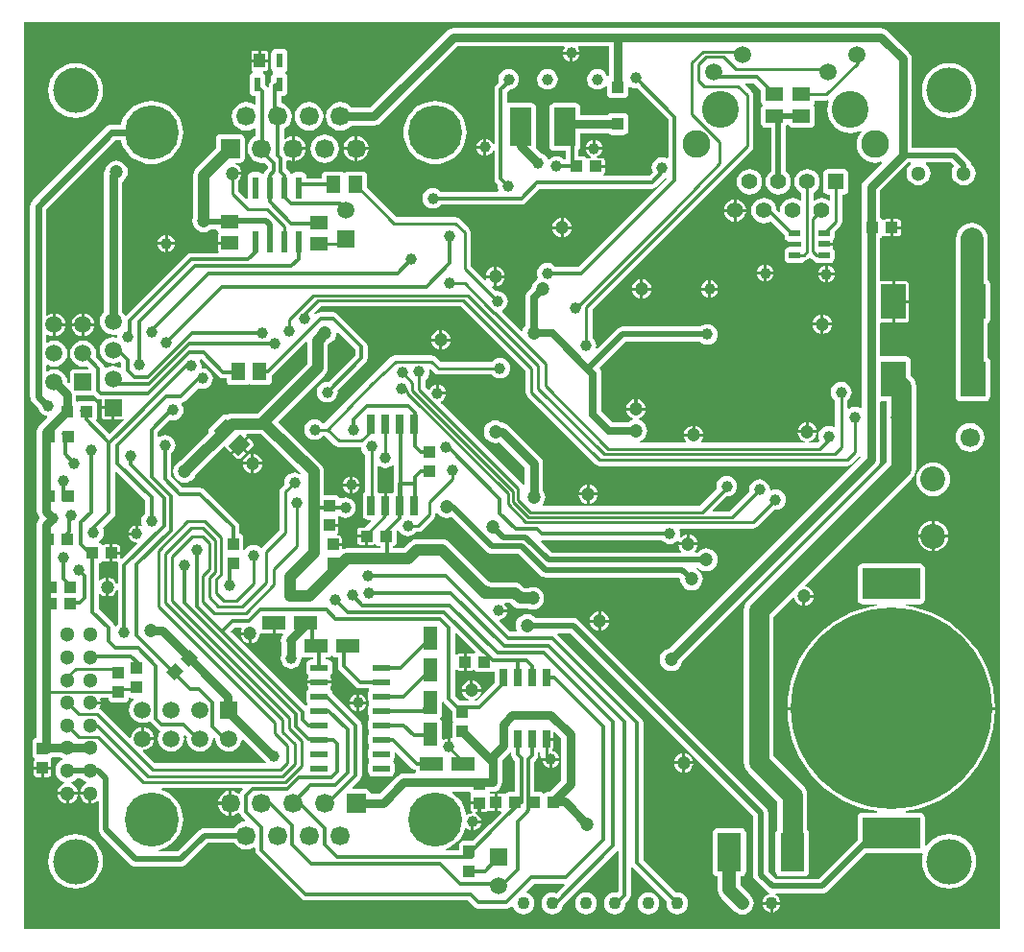
<source format=gbl>
G04 Layer_Physical_Order=2*
G04 Layer_Color=16711680*
%FSLAX42Y42*%
%MOMM*%
G71*
G01*
G75*
%ADD15R,1.50X1.30*%
%ADD16R,1.10X1.00*%
%ADD17R,1.30X1.50*%
G04:AMPARAMS|DCode=18|XSize=1.5mm|YSize=1.3mm|CornerRadius=0mm|HoleSize=0mm|Usage=FLASHONLY|Rotation=45.000|XOffset=0mm|YOffset=0mm|HoleType=Round|Shape=Rectangle|*
%AMROTATEDRECTD18*
4,1,4,-0.07,-0.99,-0.99,-0.07,0.07,0.99,0.99,0.07,-0.07,-0.99,0.0*
%
%ADD18ROTATEDRECTD18*%

%ADD20R,1.00X1.10*%
%ADD21R,0.65X1.52*%
%ADD24R,0.99X1.30*%
%ADD25R,0.59X1.30*%
%ADD28R,1.20X2.00*%
%ADD29R,2.00X1.20*%
%ADD33R,2.20X3.15*%
%ADD50C,1.20*%
%ADD51C,1.00*%
%ADD52C,0.25*%
%ADD53C,0.30*%
%ADD54C,0.50*%
%ADD55C,0.60*%
%ADD56C,2.00*%
%ADD57C,0.80*%
%ADD60C,0.70*%
%ADD61C,1.80*%
%ADD62C,1.30*%
%ADD63C,1.50*%
%ADD64R,1.50X1.50*%
%ADD65C,1.69*%
%ADD66R,1.69X1.69*%
%ADD67C,4.76*%
%ADD68C,1.00*%
%ADD69C,1.70*%
%ADD70C,4.00*%
%ADD71C,3.25*%
%ADD72C,2.44*%
%ADD73C,1.52*%
%ADD74C,1.42*%
%ADD75R,1.42X1.42*%
%ADD76C,2.20*%
%ADD77C,1.10*%
%ADD78R,1.50X1.50*%
%ADD79C,1.20*%
%ADD80C,1.80*%
%ADD81R,1.08X1.12*%
%ADD82R,5.08X2.79*%
%ADD83C,17.78*%
%ADD84R,1.90X3.40*%
G04:AMPARAMS|DCode=85|XSize=1mm|YSize=1.1mm|CornerRadius=0mm|HoleSize=0mm|Usage=FLASHONLY|Rotation=315.000|XOffset=0mm|YOffset=0mm|HoleType=Round|Shape=Rectangle|*
%AMROTATEDRECTD85*
4,1,4,-0.74,-0.04,0.04,0.74,0.74,0.04,-0.04,-0.74,-0.74,-0.04,0.0*
%
%ADD85ROTATEDRECTD85*%

%ADD86R,1.52X0.61*%
%ADD87R,1.00X0.60*%
%ADD88R,0.56X1.98*%
%ADD89R,2.15X3.40*%
%ADD90R,0.65X1.70*%
G36*
X8600Y0D02*
X0D01*
Y8000D01*
X8600D01*
Y0D01*
D02*
G37*
%LPC*%
G36*
X2867Y3994D02*
X2860Y3993D01*
X2842Y3986D01*
X2826Y3974D01*
X2814Y3958D01*
X2807Y3940D01*
X2806Y3933D01*
X2867D01*
Y3994D01*
D02*
G37*
G36*
X4983Y3924D02*
Y3853D01*
X5054D01*
X5053Y3862D01*
X5045Y3883D01*
X5031Y3901D01*
X5013Y3915D01*
X4992Y3923D01*
X4983Y3924D01*
D02*
G37*
G36*
X4957D02*
X4948Y3923D01*
X4927Y3915D01*
X4909Y3901D01*
X4895Y3883D01*
X4887Y3862D01*
X4886Y3853D01*
X4957D01*
Y3924D01*
D02*
G37*
G36*
X8350Y6231D02*
X8313Y6226D01*
X8279Y6212D01*
X8250Y6190D01*
X8228Y6161D01*
X8214Y6127D01*
X8209Y6090D01*
Y4858D01*
X8209Y4854D01*
Y4700D01*
X8212Y4684D01*
X8221Y4671D01*
X8234Y4662D01*
X8250Y4659D01*
X8470D01*
X8486Y4662D01*
X8499Y4671D01*
X8508Y4684D01*
X8511Y4700D01*
Y5015D01*
X8508Y5031D01*
X8499Y5044D01*
X8491Y5049D01*
Y5346D01*
X8499Y5351D01*
X8508Y5364D01*
X8511Y5380D01*
Y5695D01*
X8508Y5711D01*
X8499Y5724D01*
X8491Y5729D01*
Y6090D01*
X8486Y6127D01*
X8472Y6161D01*
X8450Y6190D01*
X8421Y6212D01*
X8387Y6226D01*
X8350Y6231D01*
D02*
G37*
G36*
X8335Y4466D02*
X8302Y4462D01*
X8272Y4449D01*
X8246Y4429D01*
X8226Y4403D01*
X8213Y4373D01*
X8209Y4340D01*
X8213Y4307D01*
X8226Y4277D01*
X8246Y4251D01*
X8272Y4231D01*
X8302Y4218D01*
X8335Y4214D01*
X8368Y4218D01*
X8398Y4231D01*
X8424Y4251D01*
X8444Y4277D01*
X8457Y4307D01*
X8461Y4340D01*
X8457Y4373D01*
X8444Y4403D01*
X8424Y4429D01*
X8398Y4449D01*
X8368Y4462D01*
X8335Y4466D01*
D02*
G37*
G36*
X2893Y3994D02*
Y3933D01*
X2954D01*
X2953Y3940D01*
X2946Y3958D01*
X2934Y3974D01*
X2918Y3986D01*
X2900Y3993D01*
X2893Y3994D01*
D02*
G37*
G36*
X5054Y3827D02*
X4983D01*
Y3756D01*
X4992Y3757D01*
X5013Y3765D01*
X5031Y3779D01*
X5045Y3797D01*
X5053Y3818D01*
X5054Y3827D01*
D02*
G37*
G36*
X4957D02*
X4886D01*
X4887Y3818D01*
X4895Y3797D01*
X4909Y3779D01*
X4927Y3765D01*
X4948Y3757D01*
X4957Y3756D01*
Y3827D01*
D02*
G37*
G36*
X8023Y3605D02*
Y3483D01*
X8145D01*
X8142Y3505D01*
X8128Y3538D01*
X8107Y3567D01*
X8078Y3588D01*
X8045Y3602D01*
X8023Y3605D01*
D02*
G37*
G36*
X2954Y3907D02*
X2893D01*
Y3846D01*
X2900Y3847D01*
X2918Y3854D01*
X2934Y3866D01*
X2946Y3882D01*
X2953Y3900D01*
X2954Y3907D01*
D02*
G37*
G36*
X2867D02*
X2806D01*
X2807Y3900D01*
X2814Y3882D01*
X2826Y3866D01*
X2842Y3854D01*
X2860Y3847D01*
X2867Y3846D01*
Y3907D01*
D02*
G37*
G36*
X8010Y4121D02*
X7981Y4118D01*
X7952Y4109D01*
X7926Y4095D01*
X7903Y4077D01*
X7885Y4054D01*
X7871Y4028D01*
X7862Y3999D01*
X7859Y3970D01*
X7862Y3941D01*
X7871Y3912D01*
X7885Y3886D01*
X7903Y3863D01*
X7926Y3845D01*
X7952Y3831D01*
X7981Y3822D01*
X8010Y3819D01*
X8039Y3822D01*
X8068Y3831D01*
X8094Y3845D01*
X8117Y3863D01*
X8135Y3886D01*
X8149Y3912D01*
X8158Y3941D01*
X8161Y3970D01*
X8158Y3999D01*
X8149Y4028D01*
X8135Y4054D01*
X8117Y4077D01*
X8094Y4095D01*
X8068Y4109D01*
X8039Y4118D01*
X8010Y4121D01*
D02*
G37*
G36*
X3653Y4804D02*
Y4743D01*
X3714D01*
X3713Y4750D01*
X3706Y4768D01*
X3694Y4784D01*
X3678Y4796D01*
X3660Y4803D01*
X3653Y4804D01*
D02*
G37*
G36*
X276Y5434D02*
Y5347D01*
X363D01*
X361Y5360D01*
X351Y5385D01*
X335Y5406D01*
X314Y5422D01*
X289Y5432D01*
X276Y5434D01*
D02*
G37*
G36*
X504Y5434D02*
X491Y5432D01*
X466Y5422D01*
X445Y5406D01*
X429Y5385D01*
X419Y5360D01*
X417Y5347D01*
X504D01*
Y5434D01*
D02*
G37*
G36*
X617Y5321D02*
X530D01*
Y5234D01*
X543Y5236D01*
X568Y5246D01*
X589Y5262D01*
X605Y5283D01*
X615Y5308D01*
X617Y5321D01*
D02*
G37*
G36*
X7770Y5721D02*
X7673D01*
Y5550D01*
X7796D01*
Y5695D01*
X7794Y5705D01*
X7788Y5713D01*
X7780Y5719D01*
X7770Y5721D01*
D02*
G37*
G36*
X7796Y5525D02*
X7673D01*
Y5354D01*
X7770D01*
X7780Y5356D01*
X7788Y5362D01*
X7794Y5370D01*
X7796Y5380D01*
Y5525D01*
D02*
G37*
G36*
X530Y5434D02*
Y5347D01*
X617D01*
X615Y5360D01*
X605Y5385D01*
X589Y5406D01*
X568Y5422D01*
X543Y5432D01*
X530Y5434D01*
D02*
G37*
G36*
X3657Y5284D02*
X3648Y5283D01*
X3627Y5275D01*
X3609Y5261D01*
X3595Y5243D01*
X3587Y5222D01*
X3586Y5213D01*
X3657D01*
Y5284D01*
D02*
G37*
G36*
X3754Y5187D02*
X3683D01*
Y5116D01*
X3692Y5117D01*
X3713Y5125D01*
X3731Y5139D01*
X3745Y5157D01*
X3753Y5178D01*
X3754Y5187D01*
D02*
G37*
G36*
X3657D02*
X3586D01*
X3587Y5178D01*
X3595Y5157D01*
X3609Y5139D01*
X3627Y5125D01*
X3648Y5117D01*
X3657Y5116D01*
Y5187D01*
D02*
G37*
G36*
X363Y5321D02*
X276D01*
Y5234D01*
X289Y5236D01*
X314Y5246D01*
X335Y5262D01*
X351Y5283D01*
X361Y5308D01*
X363Y5321D01*
D02*
G37*
G36*
X504D02*
X417D01*
X419Y5308D01*
X429Y5283D01*
X445Y5262D01*
X466Y5246D01*
X491Y5236D01*
X504Y5234D01*
Y5321D01*
D02*
G37*
G36*
X3683Y5284D02*
Y5213D01*
X3754D01*
X3753Y5222D01*
X3745Y5243D01*
X3731Y5261D01*
X3713Y5275D01*
X3692Y5283D01*
X3683Y5284D01*
D02*
G37*
G36*
X7997Y3605D02*
X7975Y3602D01*
X7942Y3588D01*
X7913Y3567D01*
X7892Y3538D01*
X7878Y3505D01*
X7875Y3483D01*
X7997D01*
Y3605D01*
D02*
G37*
G36*
X470Y1187D02*
X393D01*
Y1110D01*
X404Y1112D01*
X426Y1121D01*
X444Y1136D01*
X459Y1154D01*
X468Y1176D01*
X470Y1187D01*
D02*
G37*
G36*
X367D02*
X290D01*
X292Y1176D01*
X301Y1154D01*
X316Y1136D01*
X334Y1121D01*
X356Y1112D01*
X367Y1110D01*
Y1187D01*
D02*
G37*
G36*
X567Y1187D02*
X490D01*
X492Y1176D01*
X501Y1154D01*
X516Y1136D01*
X534Y1121D01*
X556Y1112D01*
X567Y1110D01*
Y1187D01*
D02*
G37*
G36*
X5797Y1457D02*
X5726D01*
X5727Y1448D01*
X5735Y1427D01*
X5749Y1409D01*
X5767Y1395D01*
X5788Y1387D01*
X5797Y1386D01*
Y1457D01*
D02*
G37*
G36*
X236Y1412D02*
X173D01*
Y1344D01*
X210D01*
X220Y1346D01*
X228Y1352D01*
X234Y1360D01*
X236Y1370D01*
Y1412D01*
D02*
G37*
G36*
X147D02*
X84D01*
Y1370D01*
X86Y1360D01*
X92Y1352D01*
X100Y1346D01*
X110Y1344D01*
X147D01*
Y1412D01*
D02*
G37*
G36*
X5500Y326D02*
X5475Y323D01*
X5452Y313D01*
X5432Y298D01*
X5417Y278D01*
X5407Y255D01*
X5404Y230D01*
X5407Y205D01*
X5417Y182D01*
X5432Y162D01*
X5452Y147D01*
X5475Y137D01*
X5500Y134D01*
X5525Y137D01*
X5548Y147D01*
X5568Y162D01*
X5583Y182D01*
X5593Y205D01*
X5596Y230D01*
X5593Y255D01*
X5583Y278D01*
X5568Y298D01*
X5548Y313D01*
X5525Y323D01*
X5500Y326D01*
D02*
G37*
G36*
X4950D02*
X4925Y323D01*
X4902Y313D01*
X4882Y298D01*
X4867Y278D01*
X4857Y255D01*
X4854Y230D01*
X4857Y205D01*
X4867Y182D01*
X4882Y162D01*
X4902Y147D01*
X4925Y137D01*
X4950Y134D01*
X4975Y137D01*
X4998Y147D01*
X5018Y162D01*
X5033Y182D01*
X5043Y205D01*
X5046Y230D01*
X5043Y255D01*
X5033Y278D01*
X5018Y298D01*
X4998Y313D01*
X4975Y323D01*
X4950Y326D01*
D02*
G37*
G36*
X6320Y891D02*
X6105D01*
X6089Y888D01*
X6076Y879D01*
X6067Y866D01*
X6064Y850D01*
Y510D01*
X6067Y494D01*
X6076Y481D01*
X6089Y472D01*
X6105Y469D01*
X6112D01*
Y347D01*
X6115Y321D01*
X6125Y297D01*
X6141Y276D01*
X6259Y159D01*
X6280Y143D01*
X6304Y133D01*
X6330Y129D01*
X6356Y133D01*
X6380Y143D01*
X6401Y159D01*
X6417Y180D01*
X6427Y204D01*
X6431Y230D01*
X6427Y256D01*
X6417Y280D01*
X6401Y301D01*
X6313Y389D01*
Y469D01*
X6320D01*
X6336Y472D01*
X6349Y481D01*
X6358Y494D01*
X6361Y510D01*
Y850D01*
X6358Y866D01*
X6349Y879D01*
X6336Y888D01*
X6320Y891D01*
D02*
G37*
G36*
X450Y841D02*
X403Y837D01*
X358Y823D01*
X316Y801D01*
X279Y771D01*
X249Y734D01*
X227Y692D01*
X213Y647D01*
X209Y600D01*
X213Y553D01*
X227Y508D01*
X249Y466D01*
X279Y429D01*
X316Y399D01*
X358Y377D01*
X403Y363D01*
X450Y359D01*
X497Y363D01*
X542Y377D01*
X584Y399D01*
X621Y429D01*
X651Y466D01*
X673Y508D01*
X687Y553D01*
X691Y600D01*
X687Y647D01*
X673Y692D01*
X651Y734D01*
X621Y771D01*
X584Y801D01*
X542Y823D01*
X497Y837D01*
X450Y841D01*
D02*
G37*
G36*
X6663Y217D02*
X6597D01*
Y151D01*
X6605Y152D01*
X6625Y160D01*
X6641Y173D01*
X6654Y189D01*
X6662Y209D01*
X6663Y217D01*
D02*
G37*
G36*
X6571D02*
X6505D01*
X6506Y209D01*
X6514Y189D01*
X6527Y173D01*
X6543Y160D01*
X6563Y152D01*
X6571Y151D01*
Y217D01*
D02*
G37*
G36*
X5894Y1457D02*
X5823D01*
Y1386D01*
X5832Y1387D01*
X5853Y1395D01*
X5871Y1409D01*
X5885Y1427D01*
X5893Y1448D01*
X5894Y1457D01*
D02*
G37*
G36*
X7997Y3457D02*
X7875D01*
X7878Y3435D01*
X7892Y3402D01*
X7913Y3373D01*
X7942Y3352D01*
X7975Y3338D01*
X7997Y3335D01*
Y3457D01*
D02*
G37*
G36*
X6954Y2927D02*
X6883D01*
Y2856D01*
X6892Y2857D01*
X6913Y2865D01*
X6931Y2879D01*
X6945Y2897D01*
X6953Y2918D01*
X6954Y2927D01*
D02*
G37*
G36*
X5083Y2804D02*
Y2733D01*
X5154D01*
X5153Y2742D01*
X5145Y2763D01*
X5131Y2781D01*
X5113Y2795D01*
X5092Y2803D01*
X5083Y2804D01*
D02*
G37*
G36*
X5863Y3484D02*
Y3413D01*
X5934D01*
X5933Y3422D01*
X5925Y3443D01*
X5911Y3461D01*
X5893Y3475D01*
X5872Y3483D01*
X5863Y3484D01*
D02*
G37*
G36*
X3002Y3457D02*
X2934D01*
Y3420D01*
X2936Y3410D01*
X2942Y3402D01*
X2950Y3396D01*
X2960Y3394D01*
X3002D01*
Y3457D01*
D02*
G37*
G36*
X8145Y3457D02*
X8023D01*
Y3335D01*
X8045Y3338D01*
X8078Y3352D01*
X8107Y3373D01*
X8128Y3402D01*
X8142Y3435D01*
X8145Y3457D01*
D02*
G37*
G36*
X7894Y3227D02*
X7386D01*
X7370Y3224D01*
X7357Y3215D01*
X7348Y3202D01*
X7345Y3186D01*
Y2908D01*
X7348Y2892D01*
X7357Y2879D01*
X7370Y2870D01*
X7386Y2867D01*
X7512D01*
X7513Y2854D01*
X7461Y2846D01*
X7374Y2825D01*
X7290Y2794D01*
X7208Y2756D01*
X7131Y2710D01*
X7059Y2656D01*
X6993Y2596D01*
X6932Y2529D01*
X6879Y2457D01*
X6833Y2380D01*
X6794Y2299D01*
X6764Y2214D01*
X6742Y2127D01*
X6729Y2038D01*
X6725Y1961D01*
X7640D01*
X8555D01*
X8551Y2038D01*
X8538Y2127D01*
X8516Y2214D01*
X8486Y2299D01*
X8447Y2380D01*
X8401Y2457D01*
X8348Y2529D01*
X8287Y2596D01*
X8221Y2656D01*
X8149Y2710D01*
X8072Y2756D01*
X7990Y2794D01*
X7906Y2825D01*
X7819Y2846D01*
X7767Y2854D01*
X7768Y2867D01*
X7894D01*
X7910Y2870D01*
X7923Y2879D01*
X7932Y2892D01*
X7935Y2908D01*
Y3186D01*
X7932Y3202D01*
X7923Y3215D01*
X7910Y3224D01*
X7894Y3227D01*
D02*
G37*
G36*
X5823Y1554D02*
Y1483D01*
X5894D01*
X5893Y1492D01*
X5885Y1513D01*
X5871Y1531D01*
X5853Y1545D01*
X5832Y1553D01*
X5823Y1554D01*
D02*
G37*
G36*
X5797D02*
X5788Y1553D01*
X5767Y1545D01*
X5749Y1531D01*
X5735Y1513D01*
X5727Y1492D01*
X5726Y1483D01*
X5797D01*
Y1554D01*
D02*
G37*
G36*
X5057Y2804D02*
X5048Y2803D01*
X5027Y2795D01*
X5009Y2781D01*
X4995Y2763D01*
X4987Y2742D01*
X4986Y2733D01*
X5057D01*
Y2804D01*
D02*
G37*
G36*
X5154Y2707D02*
X5083D01*
Y2636D01*
X5092Y2637D01*
X5113Y2645D01*
X5131Y2659D01*
X5145Y2677D01*
X5153Y2698D01*
X5154Y2707D01*
D02*
G37*
G36*
X5057D02*
X4986D01*
X4987Y2698D01*
X4995Y2677D01*
X5009Y2659D01*
X5027Y2645D01*
X5048Y2637D01*
X5057Y2636D01*
Y2707D01*
D02*
G37*
G36*
X2647Y7014D02*
X2614Y7009D01*
X2584Y6997D01*
X2558Y6977D01*
X2538Y6951D01*
X2525Y6921D01*
X2521Y6888D01*
X2525Y6855D01*
X2538Y6825D01*
X2558Y6799D01*
X2584Y6779D01*
X2614Y6767D01*
X2647Y6762D01*
X2679Y6767D01*
X2709Y6779D01*
X2735Y6799D01*
X2755Y6825D01*
X2768Y6855D01*
X2772Y6888D01*
X2768Y6921D01*
X2755Y6951D01*
X2735Y6977D01*
X2709Y6997D01*
X2679Y7009D01*
X2647Y7014D01*
D02*
G37*
G36*
X2911Y6875D02*
X2814D01*
X2816Y6859D01*
X2828Y6833D01*
X2845Y6810D01*
X2868Y6792D01*
X2895Y6781D01*
X2911Y6779D01*
Y6875D01*
D02*
G37*
G36*
X4753Y6274D02*
Y6203D01*
X4824D01*
X4823Y6212D01*
X4815Y6233D01*
X4801Y6251D01*
X4783Y6265D01*
X4762Y6273D01*
X4753Y6274D01*
D02*
G37*
G36*
X3619Y7309D02*
X3575Y7305D01*
X3533Y7295D01*
X3492Y7278D01*
X3455Y7256D01*
X3422Y7227D01*
X3393Y7194D01*
X3371Y7157D01*
X3354Y7116D01*
X3344Y7074D01*
X3340Y7030D01*
X3344Y6986D01*
X3354Y6944D01*
X3371Y6903D01*
X3393Y6866D01*
X3422Y6833D01*
X3455Y6804D01*
X3492Y6782D01*
X3533Y6765D01*
X3575Y6755D01*
X3619Y6751D01*
X3663Y6755D01*
X3705Y6765D01*
X3746Y6782D01*
X3783Y6804D01*
X3816Y6833D01*
X3845Y6866D01*
X3867Y6903D01*
X3884Y6944D01*
X3894Y6986D01*
X3898Y7030D01*
X3894Y7074D01*
X3884Y7116D01*
X3867Y7157D01*
X3845Y7194D01*
X3816Y7227D01*
X3783Y7256D01*
X3746Y7278D01*
X3705Y7295D01*
X3663Y7305D01*
X3619Y7309D01*
D02*
G37*
G36*
X2479Y6875D02*
X2382D01*
Y6779D01*
X2398Y6781D01*
X2425Y6792D01*
X2448Y6810D01*
X2465Y6833D01*
X2477Y6859D01*
X2479Y6875D01*
D02*
G37*
G36*
X2911Y6997D02*
X2895Y6995D01*
X2868Y6984D01*
X2845Y6966D01*
X2828Y6943D01*
X2816Y6917D01*
X2814Y6901D01*
X2911D01*
Y6997D01*
D02*
G37*
G36*
X4163Y5844D02*
Y5773D01*
X4234D01*
X4233Y5782D01*
X4225Y5803D01*
X4211Y5821D01*
X4193Y5835D01*
X4172Y5843D01*
X4163Y5844D01*
D02*
G37*
G36*
X3033Y6875D02*
X2936D01*
Y6779D01*
X2952Y6781D01*
X2979Y6792D01*
X3002Y6810D01*
X3019Y6833D01*
X3031Y6859D01*
X3033Y6875D01*
D02*
G37*
G36*
X4047Y6887D02*
X3986D01*
X3987Y6880D01*
X3994Y6862D01*
X4006Y6846D01*
X4022Y6834D01*
X4040Y6827D01*
X4047Y6826D01*
Y6887D01*
D02*
G37*
G36*
X1237Y6124D02*
X1230Y6123D01*
X1212Y6116D01*
X1196Y6104D01*
X1184Y6088D01*
X1177Y6070D01*
X1176Y6063D01*
X1237D01*
Y6124D01*
D02*
G37*
G36*
X1263D02*
Y6063D01*
X1324D01*
X1323Y6070D01*
X1316Y6088D01*
X1304Y6104D01*
X1288Y6116D01*
X1270Y6123D01*
X1263Y6124D01*
D02*
G37*
G36*
X1324Y6037D02*
X1263D01*
Y5976D01*
X1270Y5977D01*
X1288Y5984D01*
X1304Y5996D01*
X1316Y6012D01*
X1323Y6030D01*
X1324Y6037D01*
D02*
G37*
G36*
X1237D02*
X1176D01*
X1177Y6030D01*
X1184Y6012D01*
X1196Y5996D01*
X1212Y5984D01*
X1230Y5977D01*
X1237Y5976D01*
Y6037D01*
D02*
G37*
G36*
X4727Y6177D02*
X4656D01*
X4657Y6168D01*
X4665Y6147D01*
X4679Y6129D01*
X4697Y6115D01*
X4718Y6107D01*
X4727Y6106D01*
Y6177D01*
D02*
G37*
G36*
X7700Y6266D02*
X7658D01*
Y6203D01*
X7726D01*
Y6240D01*
X7724Y6250D01*
X7718Y6258D01*
X7710Y6264D01*
X7700Y6266D01*
D02*
G37*
G36*
X4727Y6274D02*
X4718Y6273D01*
X4697Y6265D01*
X4679Y6251D01*
X4665Y6233D01*
X4657Y6212D01*
X4656Y6203D01*
X4727D01*
Y6274D01*
D02*
G37*
G36*
X4824Y6177D02*
X4753D01*
Y6106D01*
X4762Y6107D01*
X4783Y6115D01*
X4801Y6129D01*
X4815Y6147D01*
X4823Y6168D01*
X4824Y6177D01*
D02*
G37*
G36*
X7726Y6177D02*
X7658D01*
Y6114D01*
X7700D01*
X7710Y6116D01*
X7718Y6122D01*
X7724Y6130D01*
X7726Y6140D01*
Y6177D01*
D02*
G37*
G36*
X450Y7641D02*
X403Y7637D01*
X358Y7623D01*
X316Y7601D01*
X279Y7571D01*
X249Y7534D01*
X227Y7492D01*
X213Y7447D01*
X209Y7400D01*
X213Y7353D01*
X227Y7308D01*
X249Y7266D01*
X279Y7229D01*
X316Y7199D01*
X358Y7177D01*
X403Y7163D01*
X450Y7159D01*
X497Y7163D01*
X542Y7177D01*
X584Y7199D01*
X621Y7229D01*
X651Y7266D01*
X673Y7308D01*
X687Y7353D01*
X691Y7400D01*
X687Y7447D01*
X673Y7492D01*
X651Y7534D01*
X621Y7571D01*
X584Y7601D01*
X542Y7623D01*
X497Y7637D01*
X450Y7641D01*
D02*
G37*
G36*
X8150D02*
X8103Y7637D01*
X8058Y7623D01*
X8016Y7601D01*
X7979Y7571D01*
X7949Y7534D01*
X7927Y7492D01*
X7913Y7447D01*
X7909Y7400D01*
X7913Y7353D01*
X7927Y7308D01*
X7949Y7266D01*
X7979Y7229D01*
X8016Y7199D01*
X8058Y7177D01*
X8103Y7163D01*
X8150Y7159D01*
X8197Y7163D01*
X8242Y7177D01*
X8284Y7199D01*
X8321Y7229D01*
X8351Y7266D01*
X8373Y7308D01*
X8387Y7353D01*
X8391Y7400D01*
X8387Y7447D01*
X8373Y7492D01*
X8351Y7534D01*
X8321Y7571D01*
X8284Y7601D01*
X8242Y7623D01*
X8197Y7637D01*
X8150Y7641D01*
D02*
G37*
G36*
X2508Y7298D02*
X2475Y7293D01*
X2445Y7281D01*
X2419Y7261D01*
X2399Y7235D01*
X2387Y7205D01*
X2382Y7172D01*
X2387Y7139D01*
X2399Y7109D01*
X2419Y7083D01*
X2445Y7063D01*
X2475Y7051D01*
X2508Y7046D01*
X2541Y7051D01*
X2571Y7063D01*
X2597Y7083D01*
X2617Y7109D01*
X2629Y7139D01*
X2634Y7172D01*
X2629Y7205D01*
X2617Y7235D01*
X2597Y7261D01*
X2571Y7281D01*
X2541Y7293D01*
X2508Y7298D01*
D02*
G37*
G36*
X4047Y6974D02*
X4040Y6973D01*
X4022Y6966D01*
X4006Y6954D01*
X3994Y6938D01*
X3987Y6920D01*
X3986Y6913D01*
X4047D01*
Y6974D01*
D02*
G37*
G36*
X4234Y5747D02*
X4163D01*
Y5676D01*
X4172Y5677D01*
X4193Y5685D01*
X4211Y5699D01*
X4225Y5717D01*
X4233Y5738D01*
X4234Y5747D01*
D02*
G37*
G36*
X4610Y7592D02*
X4606Y7591D01*
X4602D01*
X4583Y7587D01*
X4568Y7581D01*
X4568Y7581D01*
X4551Y7570D01*
X4551Y7570D01*
X4540Y7559D01*
X4540Y7559D01*
X4529Y7542D01*
X4529Y7542D01*
X4523Y7527D01*
X4519Y7508D01*
Y7492D01*
X4523Y7473D01*
X4529Y7458D01*
X4529Y7458D01*
X4540Y7441D01*
X4540Y7441D01*
X4551Y7430D01*
X4551Y7430D01*
X4568Y7419D01*
X4568Y7419D01*
X4583Y7413D01*
X4602Y7409D01*
X4606D01*
X4610Y7408D01*
X4614Y7409D01*
X4618D01*
X4637Y7413D01*
X4652Y7419D01*
X4652Y7419D01*
X4669Y7430D01*
X4669Y7430D01*
X4680Y7441D01*
X4680Y7441D01*
X4691Y7458D01*
X4691Y7458D01*
X4697Y7473D01*
X4701Y7492D01*
Y7508D01*
X4697Y7527D01*
X4691Y7542D01*
X4691Y7542D01*
X4680Y7559D01*
X4680Y7559D01*
X4669Y7570D01*
X4669Y7570D01*
X4652Y7581D01*
X4652Y7581D01*
X4637Y7587D01*
X4618Y7591D01*
X4614D01*
X4610Y7592D01*
D02*
G37*
G36*
X2061Y7753D02*
X2025D01*
X2015Y7751D01*
X2006Y7746D01*
X2001Y7737D01*
X1999Y7728D01*
Y7675D01*
X2061D01*
Y7753D01*
D02*
G37*
G36*
X2124D02*
X2087D01*
Y7675D01*
X2149D01*
Y7728D01*
X2147Y7737D01*
X2142Y7746D01*
X2133Y7751D01*
X2124Y7753D01*
D02*
G37*
G36*
X4894Y7717D02*
X4833D01*
Y7656D01*
X4840Y7657D01*
X4858Y7664D01*
X4874Y7676D01*
X4886Y7692D01*
X4893Y7710D01*
X4894Y7717D01*
D02*
G37*
G36*
X7550Y7951D02*
X3780D01*
X3759Y7948D01*
X3740Y7940D01*
X3723Y7927D01*
X3049Y7253D01*
X2880D01*
X2874Y7261D01*
X2848Y7281D01*
X2818Y7293D01*
X2785Y7298D01*
X2752Y7293D01*
X2722Y7281D01*
X2696Y7261D01*
X2676Y7235D01*
X2664Y7205D01*
X2659Y7172D01*
X2664Y7139D01*
X2676Y7109D01*
X2696Y7083D01*
X2722Y7063D01*
X2752Y7051D01*
X2785Y7046D01*
X2818Y7051D01*
X2848Y7063D01*
X2874Y7083D01*
X2880Y7091D01*
X3082D01*
X3103Y7094D01*
X3122Y7102D01*
X3139Y7115D01*
X3813Y7789D01*
X4754D01*
X4761Y7777D01*
X4754Y7768D01*
X4747Y7750D01*
X4746Y7743D01*
X4894D01*
X4893Y7750D01*
X4886Y7768D01*
X4879Y7777D01*
X4886Y7789D01*
X5149D01*
Y7530D01*
X5137Y7527D01*
X5131Y7542D01*
X5131Y7542D01*
X5120Y7559D01*
X5120Y7559D01*
X5109Y7570D01*
X5109Y7570D01*
X5092Y7581D01*
X5092Y7581D01*
X5077Y7587D01*
X5058Y7591D01*
X5054D01*
X5050Y7592D01*
X5046Y7591D01*
X5042D01*
X5023Y7587D01*
X5008Y7581D01*
X5008Y7581D01*
X4991Y7570D01*
X4991Y7570D01*
X4980Y7559D01*
X4980Y7559D01*
X4969Y7542D01*
X4969Y7542D01*
X4963Y7527D01*
X4959Y7508D01*
Y7492D01*
X4963Y7473D01*
X4969Y7458D01*
X4969Y7458D01*
X4980Y7441D01*
X4980Y7441D01*
X4991Y7430D01*
X4991Y7430D01*
X5008Y7419D01*
X5008Y7419D01*
X5023Y7413D01*
X5042Y7409D01*
X5046D01*
X5050Y7408D01*
X5054Y7409D01*
X5058D01*
X5077Y7413D01*
X5092Y7419D01*
X5092Y7419D01*
X5109Y7430D01*
X5109Y7430D01*
X5120Y7441D01*
X5120Y7441D01*
X5123Y7445D01*
X5135Y7441D01*
Y7374D01*
X5138Y7358D01*
X5147Y7345D01*
X5160Y7336D01*
X5176Y7333D01*
X5284D01*
X5300Y7336D01*
X5313Y7345D01*
X5322Y7358D01*
X5325Y7374D01*
Y7431D01*
X5337Y7437D01*
X5345Y7431D01*
X5367Y7422D01*
X5390Y7419D01*
X5400Y7421D01*
X5674Y7147D01*
Y6807D01*
X5661Y6800D01*
X5643Y6808D01*
X5620Y6811D01*
X5597Y6808D01*
X5575Y6799D01*
X5556Y6784D01*
X5541Y6765D01*
X5532Y6743D01*
X5529Y6720D01*
X5532Y6697D01*
X5540Y6679D01*
X5507Y6646D01*
X5108D01*
X5104Y6659D01*
X5108Y6662D01*
X5114Y6670D01*
X5116Y6680D01*
Y6717D01*
X5035D01*
Y6743D01*
X5116D01*
Y6780D01*
X5114Y6790D01*
X5108Y6798D01*
X5100Y6804D01*
X5090Y6806D01*
X5047D01*
X5045Y6819D01*
X5058Y6824D01*
X5074Y6836D01*
X5086Y6852D01*
X5093Y6870D01*
X5094Y6877D01*
X4946D01*
X4947Y6870D01*
X4954Y6852D01*
X4966Y6836D01*
X4982Y6824D01*
X4995Y6819D01*
X4993Y6806D01*
X4980D01*
X4970Y6804D01*
X4968Y6803D01*
X4953Y6804D01*
X4951Y6805D01*
X4949Y6809D01*
X4936Y6818D01*
X4920Y6821D01*
X4886D01*
Y6879D01*
X4889Y6881D01*
X4898Y6894D01*
X4901Y6910D01*
Y7025D01*
X5144D01*
X5147Y7021D01*
X5160Y7012D01*
X5176Y7009D01*
X5284D01*
X5300Y7012D01*
X5313Y7021D01*
X5322Y7034D01*
X5325Y7050D01*
Y7161D01*
X5322Y7177D01*
X5313Y7190D01*
X5300Y7199D01*
X5284Y7202D01*
X5176D01*
X5160Y7199D01*
X5147Y7190D01*
X5144Y7186D01*
X4901D01*
Y7250D01*
X4898Y7266D01*
X4889Y7279D01*
X4876Y7288D01*
X4860Y7291D01*
X4670D01*
X4654Y7288D01*
X4641Y7279D01*
X4632Y7266D01*
X4629Y7250D01*
Y6910D01*
X4632Y6894D01*
X4641Y6881D01*
X4654Y6872D01*
X4670Y6869D01*
X4774D01*
Y6798D01*
X4772Y6796D01*
X4771Y6791D01*
X4758Y6789D01*
X4754Y6794D01*
X4735Y6809D01*
X4713Y6818D01*
X4690Y6821D01*
X4667Y6818D01*
X4645Y6809D01*
X4627Y6795D01*
X4623Y6794D01*
X4613Y6795D01*
X4609Y6805D01*
X4594Y6824D01*
X4575Y6839D01*
X4559Y6846D01*
X4508Y6896D01*
X4511Y6910D01*
Y7250D01*
X4508Y7266D01*
X4499Y7279D01*
X4486Y7288D01*
X4470Y7291D01*
X4280D01*
X4269Y7289D01*
X4256Y7296D01*
Y7387D01*
X4280Y7411D01*
X4293Y7412D01*
X4315Y7421D01*
X4334Y7436D01*
X4349Y7455D01*
X4358Y7477D01*
X4361Y7500D01*
X4358Y7523D01*
X4349Y7545D01*
X4334Y7564D01*
X4315Y7579D01*
X4293Y7588D01*
X4270Y7591D01*
X4247Y7588D01*
X4225Y7579D01*
X4206Y7564D01*
X4191Y7545D01*
X4182Y7523D01*
X4179Y7500D01*
X4182Y7477D01*
X4184Y7473D01*
X4160Y7450D01*
X4148Y7431D01*
X4144Y7410D01*
Y6928D01*
X4131Y6925D01*
X4126Y6938D01*
X4114Y6954D01*
X4098Y6966D01*
X4080Y6973D01*
X4073Y6974D01*
Y6900D01*
Y6826D01*
X4080Y6827D01*
X4098Y6834D01*
X4114Y6846D01*
X4126Y6862D01*
X4131Y6875D01*
X4144Y6872D01*
Y6620D01*
X4148Y6599D01*
X4160Y6580D01*
X4171Y6570D01*
X4169Y6560D01*
X4172Y6537D01*
X4180Y6519D01*
X4173Y6506D01*
X3670D01*
X3664Y6514D01*
X3645Y6529D01*
X3623Y6538D01*
X3600Y6541D01*
X3577Y6538D01*
X3555Y6529D01*
X3536Y6514D01*
X3521Y6495D01*
X3512Y6473D01*
X3509Y6450D01*
X3512Y6427D01*
X3521Y6405D01*
X3536Y6386D01*
X3555Y6371D01*
X3577Y6362D01*
X3600Y6359D01*
X3623Y6362D01*
X3645Y6371D01*
X3664Y6386D01*
X3670Y6394D01*
X4380D01*
X4401Y6398D01*
X4420Y6410D01*
X4543Y6534D01*
X5530D01*
X5551Y6538D01*
X5570Y6550D01*
X5651Y6631D01*
X5665Y6627D01*
X5665Y6624D01*
X4887Y5846D01*
X4680D01*
X4674Y5854D01*
X4655Y5869D01*
X4633Y5878D01*
X4610Y5881D01*
X4587Y5878D01*
X4565Y5869D01*
X4546Y5854D01*
X4531Y5835D01*
X4522Y5813D01*
X4519Y5790D01*
X4522Y5767D01*
X4527Y5754D01*
X4521Y5738D01*
X4520Y5737D01*
X4499Y5721D01*
X4483Y5700D01*
X4473Y5676D01*
X4470Y5657D01*
X4437Y5623D01*
X4424Y5608D01*
X4417Y5590D01*
X4414Y5570D01*
Y5326D01*
X4403Y5310D01*
X4393Y5286D01*
X4392Y5280D01*
X4380Y5276D01*
X4209Y5447D01*
X4211Y5460D01*
X4215Y5461D01*
X4234Y5476D01*
X4249Y5495D01*
X4258Y5517D01*
X4261Y5540D01*
X4258Y5563D01*
X4249Y5585D01*
X4234Y5604D01*
X4215Y5619D01*
X4193Y5628D01*
X4170Y5631D01*
X4157Y5629D01*
X4119Y5667D01*
X4126Y5677D01*
X4128Y5677D01*
X4137Y5676D01*
Y5747D01*
X4066D01*
X4067Y5738D01*
X4067Y5736D01*
X4057Y5729D01*
X3934Y5852D01*
Y6150D01*
X3929Y6170D01*
X3918Y6188D01*
X3838Y6268D01*
X3820Y6279D01*
X3800Y6284D01*
X3280D01*
X3021Y6542D01*
Y6645D01*
X3018Y6661D01*
X3009Y6674D01*
X2996Y6683D01*
X2980Y6686D01*
X2850D01*
X2834Y6683D01*
X2821Y6674D01*
X2819D01*
X2806Y6683D01*
X2790Y6686D01*
X2660D01*
X2644Y6683D01*
X2631Y6674D01*
X2622Y6661D01*
X2619Y6645D01*
Y6626D01*
X2486D01*
Y6639D01*
X2483Y6655D01*
X2474Y6668D01*
X2461Y6677D01*
X2445Y6680D01*
X2389D01*
X2373Y6677D01*
X2360Y6668D01*
X2360Y6667D01*
X2347D01*
X2347Y6668D01*
X2342Y6671D01*
X2342Y6673D01*
X2330Y6691D01*
X2311Y6709D01*
Y6779D01*
X2324Y6788D01*
X2341Y6781D01*
X2357Y6779D01*
Y6888D01*
Y6997D01*
X2341Y6995D01*
X2314Y6984D01*
X2300Y6973D01*
X2287Y6979D01*
Y7060D01*
X2294Y7063D01*
X2320Y7083D01*
X2340Y7109D01*
X2352Y7139D01*
X2357Y7172D01*
X2352Y7205D01*
X2340Y7235D01*
X2320Y7261D01*
X2294Y7281D01*
X2266Y7292D01*
Y7352D01*
X2275D01*
X2291Y7355D01*
X2304Y7364D01*
X2313Y7377D01*
X2316Y7393D01*
Y7522D01*
X2313Y7538D01*
X2304Y7551D01*
X2301Y7554D01*
Y7566D01*
X2304Y7569D01*
X2313Y7582D01*
X2316Y7597D01*
Y7728D01*
X2313Y7743D01*
X2304Y7756D01*
X2291Y7765D01*
X2275Y7768D01*
X2217D01*
X2201Y7765D01*
X2188Y7756D01*
X2179Y7743D01*
X2176Y7728D01*
Y7597D01*
X2179Y7582D01*
X2188Y7569D01*
X2191Y7566D01*
Y7554D01*
X2188Y7551D01*
X2179Y7538D01*
X2176Y7522D01*
Y7487D01*
X2170Y7481D01*
X2158Y7463D01*
X2154Y7442D01*
Y7430D01*
X2141Y7426D01*
X2135Y7436D01*
X2124Y7447D01*
Y7522D01*
X2121Y7538D01*
X2112Y7551D01*
X2101Y7559D01*
X2102Y7567D01*
X2103Y7572D01*
X2124D01*
X2133Y7574D01*
X2142Y7579D01*
X2147Y7588D01*
X2149Y7597D01*
Y7650D01*
X2074D01*
Y7662D01*
D01*
Y7650D01*
X1999D01*
Y7597D01*
X2001Y7588D01*
X2006Y7579D01*
X2014Y7574D01*
X2014Y7571D01*
X2013Y7561D01*
X2009Y7560D01*
X1996Y7551D01*
X1987Y7538D01*
X1984Y7522D01*
Y7393D01*
X1987Y7377D01*
X1996Y7364D01*
X2009Y7355D01*
X2025Y7352D01*
X2039D01*
Y7278D01*
X2028Y7273D01*
X2017Y7281D01*
X1987Y7293D01*
X1954Y7298D01*
X1921Y7293D01*
X1891Y7281D01*
X1865Y7261D01*
X1845Y7235D01*
X1833Y7205D01*
X1828Y7172D01*
X1833Y7139D01*
X1845Y7109D01*
X1865Y7083D01*
X1891Y7063D01*
X1921Y7051D01*
X1954Y7046D01*
X1987Y7051D01*
X2017Y7063D01*
X2028Y7071D01*
X2039Y7066D01*
Y7001D01*
X2030Y6997D01*
X2004Y6977D01*
X1984Y6951D01*
X1971Y6921D01*
X1967Y6888D01*
X1971Y6855D01*
X1984Y6825D01*
X2004Y6799D01*
X2030Y6779D01*
X2060Y6767D01*
X2092Y6762D01*
X2115Y6765D01*
X2144Y6737D01*
Y6712D01*
X2123Y6691D01*
X2111Y6673D01*
X2111Y6671D01*
X2107Y6669D01*
X2103Y6667D01*
X2093D01*
X2093Y6668D01*
X2080Y6677D01*
X2064Y6680D01*
X2008D01*
X1992Y6677D01*
X1979Y6668D01*
X1970Y6655D01*
X1967Y6639D01*
Y6446D01*
X1955Y6441D01*
X1884Y6512D01*
Y6603D01*
X1891Y6609D01*
X1905Y6627D01*
X1913Y6648D01*
X1914Y6657D01*
X1830D01*
Y6683D01*
X1914D01*
X1913Y6692D01*
X1905Y6713D01*
X1891Y6731D01*
X1873Y6745D01*
X1860Y6750D01*
X1863Y6763D01*
X1900D01*
X1916Y6766D01*
X1929Y6775D01*
X1938Y6788D01*
X1941Y6804D01*
Y6972D01*
X1938Y6988D01*
X1929Y7001D01*
X1916Y7010D01*
X1900Y7013D01*
X1731D01*
X1715Y7010D01*
X1702Y7001D01*
X1693Y6988D01*
X1690Y6972D01*
Y6891D01*
X1516Y6717D01*
X1501Y6698D01*
X1492Y6676D01*
X1489Y6653D01*
Y6292D01*
X1483Y6276D01*
X1479Y6250D01*
X1483Y6224D01*
X1493Y6200D01*
X1509Y6179D01*
X1530Y6163D01*
X1554Y6153D01*
X1580Y6149D01*
X1606Y6153D01*
X1630Y6163D01*
X1651Y6179D01*
X1652Y6179D01*
X1694D01*
X1697Y6164D01*
X1706Y6151D01*
X1710Y6149D01*
X1711Y6147D01*
X1712Y6132D01*
X1711Y6130D01*
X1709Y6120D01*
Y6068D01*
X1810D01*
Y6042D01*
X1709D01*
Y5990D01*
X1711Y5980D01*
X1712Y5979D01*
X1705Y5966D01*
X1470D01*
X1449Y5962D01*
X1430Y5950D01*
X897Y5416D01*
X882Y5419D01*
X880Y5422D01*
X862Y5446D01*
X861Y5447D01*
Y6593D01*
X881Y6609D01*
X897Y6630D01*
X907Y6654D01*
X911Y6680D01*
X907Y6706D01*
X897Y6730D01*
X881Y6751D01*
X860Y6767D01*
X836Y6777D01*
X810Y6781D01*
X784Y6777D01*
X760Y6767D01*
X739Y6751D01*
X723Y6730D01*
X713Y6706D01*
X711Y6691D01*
X710Y6690D01*
X702Y6671D01*
X699Y6650D01*
Y5447D01*
X698Y5446D01*
X680Y5422D01*
X668Y5394D01*
X664Y5364D01*
X668Y5334D01*
X680Y5306D01*
X698Y5282D01*
X722Y5264D01*
X750Y5252D01*
X780Y5248D01*
X809Y5252D01*
X810Y5252D01*
X819Y5244D01*
X819Y5231D01*
X815Y5227D01*
X807Y5222D01*
X780Y5226D01*
X750Y5222D01*
X722Y5210D01*
X698Y5192D01*
X680Y5168D01*
X668Y5140D01*
X664Y5110D01*
X668Y5080D01*
X680Y5052D01*
X698Y5028D01*
X722Y5010D01*
X750Y4998D01*
X780Y4994D01*
X810Y4998D01*
X838Y5010D01*
X840Y5011D01*
X854Y4997D01*
Y4959D01*
X843Y4953D01*
X838Y4956D01*
X810Y4968D01*
X780Y4972D01*
X750Y4968D01*
X722Y4956D01*
X718Y4954D01*
X704Y4959D01*
X702Y4971D01*
X690Y4990D01*
X629Y5050D01*
X633Y5080D01*
X629Y5110D01*
X617Y5138D01*
X599Y5162D01*
X575Y5180D01*
X547Y5192D01*
X517Y5196D01*
X487Y5192D01*
X459Y5180D01*
X435Y5162D01*
X417Y5138D01*
X405Y5110D01*
X401Y5080D01*
X405Y5050D01*
X417Y5022D01*
X435Y4998D01*
X459Y4980D01*
X487Y4968D01*
X517Y4964D01*
X547Y4968D01*
X551Y4970D01*
X567Y4954D01*
X562Y4942D01*
X442D01*
X426Y4939D01*
X413Y4930D01*
X404Y4917D01*
X401Y4901D01*
Y4821D01*
X389Y4817D01*
X379Y4827D01*
X375Y4856D01*
X363Y4884D01*
X345Y4908D01*
X321Y4926D01*
X293Y4938D01*
X263Y4942D01*
X233Y4938D01*
X205Y4926D01*
X202Y4924D01*
X191Y4930D01*
Y4976D01*
X202Y4982D01*
X205Y4980D01*
X233Y4968D01*
X263Y4964D01*
X293Y4968D01*
X321Y4980D01*
X345Y4998D01*
X363Y5022D01*
X375Y5050D01*
X379Y5080D01*
X375Y5110D01*
X363Y5138D01*
X345Y5162D01*
X321Y5180D01*
X293Y5192D01*
X263Y5196D01*
X233Y5192D01*
X205Y5180D01*
X202Y5178D01*
X191Y5184D01*
Y5247D01*
X203Y5253D01*
X212Y5246D01*
X237Y5236D01*
X250Y5234D01*
Y5334D01*
Y5434D01*
X237Y5432D01*
X212Y5422D01*
X203Y5415D01*
X191Y5421D01*
Y6351D01*
X799Y6959D01*
X851D01*
X855Y6944D01*
X872Y6903D01*
X894Y6866D01*
X923Y6833D01*
X956Y6804D01*
X993Y6782D01*
X1034Y6765D01*
X1076Y6755D01*
X1120Y6751D01*
X1164Y6755D01*
X1206Y6765D01*
X1247Y6782D01*
X1284Y6804D01*
X1317Y6833D01*
X1346Y6866D01*
X1368Y6903D01*
X1385Y6944D01*
X1395Y6986D01*
X1399Y7030D01*
X1395Y7074D01*
X1385Y7116D01*
X1368Y7157D01*
X1346Y7194D01*
X1317Y7227D01*
X1284Y7256D01*
X1247Y7278D01*
X1206Y7295D01*
X1164Y7305D01*
X1120Y7309D01*
X1076Y7305D01*
X1034Y7295D01*
X993Y7278D01*
X956Y7256D01*
X923Y7227D01*
X894Y7194D01*
X872Y7157D01*
X855Y7116D01*
X851Y7101D01*
X770D01*
X752Y7098D01*
X735Y7091D01*
X720Y7080D01*
X70Y6430D01*
X59Y6415D01*
X52Y6398D01*
X49Y6380D01*
Y4700D01*
X52Y4682D01*
X59Y4665D01*
X70Y4650D01*
X122Y4598D01*
X122Y4597D01*
X131Y4575D01*
X146Y4556D01*
X165Y4541D01*
X187Y4532D01*
X199Y4531D01*
X203Y4517D01*
X133Y4447D01*
X120Y4430D01*
X112Y4411D01*
X109Y4390D01*
Y3690D01*
X112Y3669D01*
X120Y3650D01*
X133Y3633D01*
X136Y3630D01*
X133Y3627D01*
X120Y3610D01*
X112Y3591D01*
X109Y3570D01*
Y3490D01*
X109Y3490D01*
Y3390D01*
X109Y3390D01*
Y2100D01*
Y1691D01*
X94Y1688D01*
X81Y1679D01*
X72Y1666D01*
X69Y1650D01*
Y1540D01*
X72Y1524D01*
X81Y1511D01*
X85Y1509D01*
X86Y1507D01*
X87Y1492D01*
X86Y1490D01*
X84Y1480D01*
Y1438D01*
X160D01*
X236D01*
Y1480D01*
X234Y1490D01*
X233Y1492D01*
X234Y1507D01*
X235Y1509D01*
X239Y1511D01*
X244Y1519D01*
X313D01*
X327Y1508D01*
X332Y1506D01*
Y1494D01*
X327Y1492D01*
X305Y1475D01*
X288Y1453D01*
X278Y1427D01*
X274Y1400D01*
X278Y1373D01*
X288Y1347D01*
X305Y1325D01*
X327Y1308D01*
X350Y1299D01*
X351Y1289D01*
X350Y1286D01*
X334Y1279D01*
X316Y1264D01*
X301Y1246D01*
X292Y1224D01*
X290Y1213D01*
X380D01*
X470D01*
X468Y1224D01*
X459Y1246D01*
X444Y1264D01*
X426Y1279D01*
X410Y1286D01*
X409Y1289D01*
X410Y1299D01*
X433Y1308D01*
X455Y1325D01*
X462Y1334D01*
X498D01*
X505Y1325D01*
X527Y1308D01*
X550Y1299D01*
X551Y1289D01*
X550Y1286D01*
X534Y1279D01*
X516Y1264D01*
X501Y1246D01*
X492Y1224D01*
X490Y1213D01*
X580D01*
Y1200D01*
X593D01*
Y1110D01*
X604Y1112D01*
X626Y1121D01*
X642Y1133D01*
X654Y1129D01*
Y880D01*
X657Y863D01*
X663Y847D01*
X674Y834D01*
X934Y574D01*
X947Y563D01*
X963Y557D01*
X980Y554D01*
X1380D01*
X1397Y557D01*
X1413Y563D01*
X1426Y574D01*
X1615Y762D01*
X1847D01*
X1865Y739D01*
X1891Y719D01*
X1921Y707D01*
X1954Y702D01*
X1987Y707D01*
X2017Y719D01*
X2023Y724D01*
X2034Y718D01*
Y700D01*
X2038Y679D01*
X2050Y660D01*
X2440Y270D01*
X2459Y258D01*
X2480Y254D01*
X3907D01*
X3960Y200D01*
X3979Y188D01*
X4000Y184D01*
X4249D01*
X4270Y188D01*
X4288Y200D01*
X4296Y208D01*
X4309Y203D01*
X4317Y182D01*
X4332Y162D01*
X4352Y147D01*
X4375Y137D01*
X4400Y134D01*
X4425Y137D01*
X4448Y147D01*
X4468Y162D01*
X4483Y182D01*
X4493Y205D01*
X4496Y230D01*
X4493Y255D01*
X4483Y278D01*
X4468Y298D01*
X4448Y313D01*
X4427Y321D01*
X4422Y334D01*
X4492Y404D01*
X4757D01*
X4762Y391D01*
X4689Y318D01*
X4679Y323D01*
X4654Y326D01*
X4629Y323D01*
X4606Y313D01*
X4586Y298D01*
X4571Y278D01*
X4561Y255D01*
X4558Y230D01*
X4561Y205D01*
X4571Y182D01*
X4586Y162D01*
X4606Y147D01*
X4629Y137D01*
X4654Y134D01*
X4679Y137D01*
X4702Y147D01*
X4722Y162D01*
X4737Y182D01*
X4747Y205D01*
X4748Y219D01*
X5221Y692D01*
X5234Y687D01*
Y334D01*
X5233Y333D01*
X5221Y324D01*
X5204Y326D01*
X5179Y323D01*
X5156Y313D01*
X5136Y298D01*
X5121Y278D01*
X5111Y255D01*
X5108Y230D01*
X5111Y205D01*
X5121Y182D01*
X5136Y162D01*
X5156Y147D01*
X5179Y137D01*
X5204Y134D01*
X5229Y137D01*
X5252Y147D01*
X5272Y162D01*
X5287Y182D01*
X5297Y205D01*
X5300Y230D01*
X5300Y230D01*
X5330Y260D01*
X5342Y279D01*
X5346Y300D01*
Y549D01*
X5359Y553D01*
X5360Y550D01*
X5661Y250D01*
X5658Y230D01*
X5661Y205D01*
X5671Y182D01*
X5686Y162D01*
X5706Y147D01*
X5729Y137D01*
X5754Y134D01*
X5779Y137D01*
X5802Y147D01*
X5822Y162D01*
X5837Y182D01*
X5847Y205D01*
X5850Y230D01*
X5847Y255D01*
X5837Y278D01*
X5822Y298D01*
X5802Y313D01*
X5779Y323D01*
X5754Y326D01*
X5745Y325D01*
X5456Y613D01*
Y1820D01*
X5452Y1841D01*
X5440Y1860D01*
X4698Y2602D01*
X4703Y2614D01*
X4813D01*
X6424Y1003D01*
Y480D01*
X6427Y463D01*
X6433Y447D01*
X6444Y434D01*
X6544Y334D01*
X6557Y323D01*
X6562Y321D01*
X6563Y313D01*
X6561Y308D01*
X6543Y300D01*
X6527Y287D01*
X6514Y271D01*
X6506Y251D01*
X6505Y243D01*
X6663D01*
X6662Y251D01*
X6654Y271D01*
X6641Y287D01*
X6625Y300D01*
X6621Y302D01*
X6623Y314D01*
X7030D01*
X7047Y317D01*
X7063Y323D01*
X7076Y334D01*
X7412Y670D01*
X7894D01*
X7908Y672D01*
X7914Y669D01*
X7918Y663D01*
X7913Y647D01*
X7909Y600D01*
X7913Y553D01*
X7927Y508D01*
X7949Y466D01*
X7979Y429D01*
X8016Y399D01*
X8058Y377D01*
X8103Y363D01*
X8150Y359D01*
X8197Y363D01*
X8242Y377D01*
X8284Y399D01*
X8321Y429D01*
X8351Y466D01*
X8373Y508D01*
X8387Y553D01*
X8391Y600D01*
X8387Y647D01*
X8373Y692D01*
X8351Y734D01*
X8321Y771D01*
X8284Y801D01*
X8242Y823D01*
X8197Y837D01*
X8150Y841D01*
X8103Y837D01*
X8058Y823D01*
X8016Y801D01*
X7979Y771D01*
X7949Y734D01*
X7947Y730D01*
X7935Y733D01*
Y990D01*
X7932Y1005D01*
X7923Y1018D01*
X7910Y1027D01*
X7894Y1030D01*
X7768D01*
X7767Y1043D01*
X7819Y1051D01*
X7906Y1072D01*
X7990Y1103D01*
X8072Y1141D01*
X8149Y1187D01*
X8221Y1241D01*
X8287Y1301D01*
X8348Y1368D01*
X8401Y1440D01*
X8447Y1517D01*
X8486Y1598D01*
X8516Y1683D01*
X8538Y1770D01*
X8551Y1859D01*
X8555Y1936D01*
X7640D01*
X6725D01*
X6729Y1859D01*
X6742Y1770D01*
X6764Y1683D01*
X6794Y1598D01*
X6833Y1517D01*
X6879Y1440D01*
X6932Y1368D01*
X6993Y1301D01*
X7059Y1241D01*
X7131Y1187D01*
X7208Y1141D01*
X7290Y1103D01*
X7374Y1072D01*
X7461Y1051D01*
X7513Y1043D01*
X7512Y1030D01*
X7386D01*
X7370Y1027D01*
X7357Y1018D01*
X7348Y1005D01*
X7345Y990D01*
Y788D01*
X7003Y446D01*
X6617D01*
X6556Y507D01*
Y1030D01*
X6553Y1047D01*
X6547Y1063D01*
X6536Y1076D01*
X4886Y2726D01*
X4873Y2737D01*
X4857Y2743D01*
X4840Y2746D01*
X4506D01*
X4501Y2751D01*
X4480Y2767D01*
X4456Y2777D01*
X4430Y2781D01*
X4404Y2777D01*
X4380Y2767D01*
X4359Y2751D01*
X4343Y2730D01*
X4333Y2706D01*
X4329Y2680D01*
X4333Y2654D01*
X4339Y2639D01*
X4330Y2626D01*
X4283D01*
X4187Y2722D01*
X4192Y2735D01*
X4200Y2737D01*
X4218Y2744D01*
X4234Y2756D01*
X4246Y2772D01*
X4253Y2790D01*
X4254Y2797D01*
X4180D01*
Y2823D01*
X4254D01*
X4253Y2830D01*
X4246Y2848D01*
X4234Y2864D01*
X4230Y2867D01*
X4235Y2879D01*
X4282D01*
X4306Y2856D01*
X4325Y2841D01*
X4347Y2832D01*
X4370Y2829D01*
X4438D01*
X4454Y2823D01*
X4480Y2819D01*
X4506Y2823D01*
X4530Y2833D01*
X4551Y2849D01*
X4567Y2870D01*
X4577Y2894D01*
X4581Y2920D01*
X4577Y2946D01*
X4567Y2970D01*
X4551Y2991D01*
X4530Y3007D01*
X4506Y3017D01*
X4480Y3021D01*
X4454Y3017D01*
X4438Y3011D01*
X4408D01*
X4384Y3034D01*
X4365Y3049D01*
X4343Y3058D01*
X4320Y3061D01*
X4110D01*
X4093Y3068D01*
X4090Y3068D01*
X3744Y3414D01*
X3725Y3429D01*
X3703Y3438D01*
X3680Y3441D01*
X3460D01*
X3437Y3438D01*
X3415Y3429D01*
X3396Y3414D01*
X3342Y3361D01*
X3251D01*
Y3381D01*
X3256Y3382D01*
X3269Y3391D01*
X3278Y3404D01*
X3281Y3420D01*
Y3515D01*
X3286Y3520D01*
X3300Y3517D01*
X3301Y3515D01*
X3316Y3496D01*
X3335Y3481D01*
X3357Y3472D01*
X3380Y3469D01*
X3403Y3472D01*
X3425Y3481D01*
X3444Y3496D01*
X3452Y3506D01*
X3470D01*
X3490Y3511D01*
X3508Y3522D01*
X3608Y3622D01*
X3619Y3640D01*
X3624Y3660D01*
Y3671D01*
X3636Y3675D01*
X3649Y3659D01*
X3670Y3643D01*
X3694Y3633D01*
X3720Y3629D01*
X3746Y3633D01*
X3766Y3641D01*
X4074Y3334D01*
X4087Y3323D01*
X4103Y3317D01*
X4120Y3314D01*
X4353D01*
X4544Y3124D01*
X4557Y3113D01*
X4573Y3107D01*
X4590Y3104D01*
X5771D01*
X5780Y3095D01*
X5779Y3090D01*
X5783Y3064D01*
X5793Y3040D01*
X5809Y3019D01*
X5830Y3003D01*
X5854Y2993D01*
X5880Y2989D01*
X5906Y2993D01*
X5930Y3003D01*
X5951Y3019D01*
X5967Y3040D01*
X5977Y3064D01*
X5981Y3090D01*
X5977Y3116D01*
X5967Y3140D01*
X5951Y3161D01*
X5930Y3177D01*
X5920Y3182D01*
X5922Y3194D01*
X5934Y3194D01*
X5939Y3189D01*
X5960Y3173D01*
X5984Y3163D01*
X6010Y3159D01*
X6036Y3163D01*
X6060Y3173D01*
X6081Y3189D01*
X6097Y3210D01*
X6107Y3234D01*
X6111Y3260D01*
X6107Y3286D01*
X6097Y3310D01*
X6081Y3331D01*
X6060Y3347D01*
X6036Y3357D01*
X6010Y3361D01*
X5984Y3357D01*
X5960Y3347D01*
X5939Y3331D01*
X5934Y3326D01*
X5913D01*
X5909Y3338D01*
X5911Y3339D01*
X5925Y3357D01*
X5933Y3378D01*
X5934Y3387D01*
X5766D01*
X5767Y3378D01*
X5775Y3357D01*
X5789Y3339D01*
X5791Y3338D01*
X5787Y3326D01*
X4647D01*
X4550Y3423D01*
X4556Y3435D01*
X4560Y3434D01*
X5620D01*
X5626Y3426D01*
X5645Y3411D01*
X5667Y3402D01*
X5690Y3399D01*
X5713Y3402D01*
X5735Y3411D01*
X5754Y3426D01*
X5766Y3422D01*
X5767Y3421D01*
X5766Y3413D01*
X5837D01*
Y3484D01*
X5828Y3483D01*
X5807Y3475D01*
X5789Y3461D01*
X5778Y3467D01*
X5781Y3490D01*
X5778Y3513D01*
X5773Y3524D01*
X5782Y3536D01*
X6420D01*
X6440Y3541D01*
X6458Y3552D01*
X6607Y3701D01*
X6620Y3699D01*
X6643Y3702D01*
X6665Y3711D01*
X6684Y3726D01*
X6699Y3745D01*
X6708Y3767D01*
X6711Y3790D01*
X6708Y3813D01*
X6699Y3835D01*
X6684Y3854D01*
X6665Y3869D01*
X6643Y3878D01*
X6620Y3881D01*
X6597Y3878D01*
X6583Y3872D01*
X6571Y3880D01*
X6568Y3903D01*
X6559Y3925D01*
X6544Y3944D01*
X6525Y3959D01*
X6503Y3968D01*
X6480Y3971D01*
X6457Y3968D01*
X6435Y3959D01*
X6416Y3944D01*
X6401Y3925D01*
X6392Y3903D01*
X6389Y3880D01*
X6391Y3867D01*
X6213Y3689D01*
X6071D01*
X6066Y3700D01*
X6186Y3820D01*
X6190Y3819D01*
X6213Y3822D01*
X6235Y3831D01*
X6254Y3846D01*
X6269Y3865D01*
X6278Y3887D01*
X6281Y3910D01*
X6278Y3933D01*
X6269Y3955D01*
X6254Y3974D01*
X6235Y3989D01*
X6213Y3998D01*
X6190Y4001D01*
X6167Y3998D01*
X6145Y3989D01*
X6126Y3974D01*
X6111Y3955D01*
X6102Y3933D01*
X6099Y3910D01*
X6102Y3888D01*
X5948Y3734D01*
X4573D01*
X4567Y3746D01*
X4577Y3760D01*
X4587Y3784D01*
X4591Y3810D01*
X4587Y3836D01*
X4577Y3860D01*
X4571Y3869D01*
Y4110D01*
X4568Y4131D01*
X4560Y4150D01*
X4547Y4167D01*
X4267Y4447D01*
X4250Y4460D01*
X4231Y4468D01*
X4210Y4471D01*
X4209D01*
X4200Y4477D01*
X4176Y4487D01*
X4150Y4491D01*
X4124Y4487D01*
X4100Y4477D01*
X4079Y4461D01*
X4063Y4440D01*
X4053Y4416D01*
X4049Y4390D01*
X4053Y4364D01*
X4063Y4340D01*
X4079Y4319D01*
X4100Y4303D01*
X4124Y4293D01*
X4150Y4289D01*
X4176Y4293D01*
X4188Y4298D01*
X4409Y4077D01*
Y3919D01*
X4397Y3915D01*
X4388Y3928D01*
X3669Y4647D01*
X3672Y4662D01*
X3678Y4664D01*
X3694Y4676D01*
X3706Y4692D01*
X3713Y4710D01*
X3714Y4717D01*
X3640D01*
Y4730D01*
X3627D01*
Y4804D01*
X3620Y4803D01*
X3602Y4796D01*
X3586Y4784D01*
X3574Y4768D01*
X3572Y4762D01*
X3557Y4759D01*
X3534Y4782D01*
Y4848D01*
X3544Y4856D01*
X3559Y4875D01*
X3568Y4897D01*
X3571Y4920D01*
X3568Y4938D01*
X3580Y4944D01*
X3612Y4912D01*
X3630Y4901D01*
X3650Y4896D01*
X4118D01*
X4126Y4886D01*
X4145Y4871D01*
X4167Y4862D01*
X4190Y4859D01*
X4213Y4862D01*
X4235Y4871D01*
X4254Y4886D01*
X4269Y4905D01*
X4278Y4927D01*
X4281Y4950D01*
X4278Y4973D01*
X4269Y4995D01*
X4254Y5014D01*
X4235Y5029D01*
X4213Y5038D01*
X4190Y5041D01*
X4167Y5038D01*
X4145Y5029D01*
X4126Y5014D01*
X4118Y5004D01*
X3672D01*
X3628Y5048D01*
X3610Y5059D01*
X3590Y5064D01*
X3270D01*
X3261Y5062D01*
X3251Y5060D01*
X3250Y5060D01*
X3250Y5059D01*
X3242Y5054D01*
X3233Y5049D01*
X3034Y4859D01*
X3031Y4857D01*
X3021Y4847D01*
X2647Y4464D01*
X2632D01*
X2624Y4474D01*
X2605Y4489D01*
X2583Y4498D01*
X2560Y4501D01*
X2537Y4498D01*
X2515Y4489D01*
X2496Y4474D01*
X2481Y4455D01*
X2472Y4433D01*
X2469Y4410D01*
X2472Y4387D01*
X2481Y4365D01*
X2496Y4346D01*
X2515Y4331D01*
X2537Y4322D01*
X2560Y4319D01*
X2583Y4322D01*
X2605Y4331D01*
X2624Y4346D01*
X2632Y4356D01*
X2647D01*
X2732Y4272D01*
X2749Y4261D01*
X2770Y4256D01*
X2970D01*
X2972Y4237D01*
X2981Y4215D01*
X2996Y4196D01*
X3006Y4188D01*
Y3862D01*
X2995Y3854D01*
X2986Y3841D01*
X2983Y3825D01*
Y3655D01*
X2986Y3639D01*
X2995Y3626D01*
X3008Y3617D01*
X3024Y3614D01*
X3052D01*
X3057Y3602D01*
X3000Y3546D01*
X2960D01*
X2950Y3544D01*
X2942Y3538D01*
X2936Y3530D01*
X2934Y3520D01*
Y3483D01*
X3015D01*
Y3470D01*
X3028D01*
Y3394D01*
X3070D01*
X3080Y3396D01*
X3082Y3397D01*
X3097Y3396D01*
X3099Y3395D01*
X3101Y3391D01*
X3114Y3382D01*
X3130Y3379D01*
X3139D01*
Y3361D01*
X2840D01*
X2817Y3358D01*
X2806Y3354D01*
X2796Y3361D01*
Y3382D01*
X2720D01*
Y3408D01*
X2796D01*
Y3450D01*
X2794Y3460D01*
X2788Y3468D01*
X2780Y3474D01*
X2770Y3476D01*
X2758D01*
X2754Y3489D01*
X2758Y3492D01*
X2764Y3500D01*
X2766Y3510D01*
Y3552D01*
X2690D01*
Y3578D01*
X2766D01*
Y3620D01*
X2764Y3630D01*
X2767Y3643D01*
X2776Y3647D01*
X2777Y3647D01*
X2785Y3641D01*
X2807Y3632D01*
X2830Y3629D01*
X2853Y3632D01*
X2875Y3641D01*
X2894Y3656D01*
X2909Y3675D01*
X2918Y3697D01*
X2921Y3720D01*
X2918Y3743D01*
X2909Y3765D01*
X2894Y3784D01*
X2875Y3799D01*
X2853Y3808D01*
X2830Y3811D01*
X2807Y3808D01*
X2791Y3801D01*
X2778Y3805D01*
X2776Y3808D01*
X2769Y3819D01*
X2756Y3828D01*
X2740Y3831D01*
X2641D01*
Y4040D01*
X2641Y4041D01*
X2641Y4041D01*
X2639Y4052D01*
X2638Y4064D01*
X2638Y4064D01*
X2638Y4064D01*
X2633Y4075D01*
X2629Y4086D01*
X2628Y4086D01*
X2628Y4086D01*
X2621Y4095D01*
X2614Y4104D01*
X2614Y4105D01*
X2614Y4105D01*
X2243Y4471D01*
X2243Y4484D01*
X2649Y4891D01*
X2664Y4910D01*
X2673Y4932D01*
X2676Y4955D01*
Y5157D01*
X2684Y5166D01*
X2700Y5173D01*
X2721Y5189D01*
X2737Y5210D01*
X2747Y5234D01*
X2751Y5260D01*
X2750Y5263D01*
X2762Y5269D01*
X2914Y5117D01*
Y5063D01*
X2680Y4829D01*
X2670Y4831D01*
X2647Y4828D01*
X2625Y4819D01*
X2606Y4804D01*
X2591Y4785D01*
X2582Y4763D01*
X2579Y4740D01*
X2582Y4717D01*
X2591Y4695D01*
X2606Y4676D01*
X2625Y4661D01*
X2647Y4652D01*
X2670Y4649D01*
X2693Y4652D01*
X2715Y4661D01*
X2734Y4676D01*
X2749Y4695D01*
X2758Y4717D01*
X2761Y4740D01*
X2759Y4750D01*
X3010Y5000D01*
X3022Y5019D01*
X3026Y5040D01*
Y5140D01*
X3022Y5161D01*
X3010Y5180D01*
X2760Y5430D01*
X2741Y5442D01*
X2720Y5446D01*
X2610D01*
X2589Y5442D01*
X2570Y5430D01*
X2556Y5434D01*
X2555Y5439D01*
X2612Y5496D01*
X3848D01*
X4416Y4928D01*
Y4740D01*
X4421Y4720D01*
X4432Y4702D01*
X5032Y4102D01*
X5050Y4091D01*
X5070Y4086D01*
X7250D01*
X7270Y4091D01*
X7288Y4102D01*
X7358Y4172D01*
X7361Y4177D01*
X7374Y4174D01*
X7375Y4169D01*
X5685Y2479D01*
X5674Y2477D01*
X5650Y2467D01*
X5629Y2451D01*
X5613Y2430D01*
X5603Y2406D01*
X5599Y2380D01*
X5603Y2354D01*
X5613Y2330D01*
X5629Y2309D01*
X5650Y2293D01*
X5674Y2283D01*
X5700Y2279D01*
X5726Y2283D01*
X5750Y2293D01*
X5771Y2309D01*
X5787Y2330D01*
X5797Y2354D01*
X5799Y2365D01*
X7517Y4083D01*
X7530Y4100D01*
X7538Y4119D01*
X7541Y4140D01*
Y4652D01*
X7550Y4659D01*
X7599D01*
Y4520D01*
Y4124D01*
X6377Y2903D01*
X6356Y2876D01*
X6343Y2844D01*
X6339Y2810D01*
Y1480D01*
X6343Y1446D01*
X6356Y1414D01*
X6377Y1387D01*
X6636Y1128D01*
Y882D01*
X6631Y879D01*
X6622Y866D01*
X6619Y850D01*
Y510D01*
X6622Y494D01*
X6631Y481D01*
X6644Y472D01*
X6660Y469D01*
X6875D01*
X6891Y472D01*
X6904Y481D01*
X6913Y494D01*
X6916Y510D01*
Y850D01*
X6913Y866D01*
X6904Y879D01*
X6899Y882D01*
Y1182D01*
X6894Y1216D01*
X6881Y1248D01*
X6860Y1275D01*
X6601Y1534D01*
Y2756D01*
X6774Y2928D01*
X6786Y2924D01*
X6787Y2918D01*
X6795Y2897D01*
X6809Y2879D01*
X6827Y2865D01*
X6848Y2857D01*
X6857Y2856D01*
Y2940D01*
X6870D01*
Y2953D01*
X6954D01*
X6953Y2962D01*
X6945Y2983D01*
X6931Y3001D01*
X6913Y3015D01*
X6892Y3023D01*
X6886Y3024D01*
X6882Y3036D01*
X7823Y3977D01*
X7844Y4004D01*
X7857Y4036D01*
X7861Y4070D01*
Y4520D01*
Y4788D01*
X7857Y4821D01*
X7844Y4853D01*
X7823Y4880D01*
X7811Y4892D01*
Y5015D01*
X7808Y5031D01*
X7799Y5044D01*
X7786Y5053D01*
X7770Y5056D01*
X7550D01*
X7541Y5063D01*
Y5346D01*
X7550Y5354D01*
X7647D01*
Y5537D01*
Y5721D01*
X7550D01*
X7541Y5729D01*
Y6101D01*
X7546Y6102D01*
X7559Y6111D01*
X7561Y6115D01*
X7563Y6116D01*
X7578Y6117D01*
X7580Y6116D01*
X7590Y6114D01*
X7632D01*
Y6190D01*
Y6266D01*
X7590D01*
X7580Y6264D01*
X7578Y6263D01*
X7563Y6264D01*
X7561Y6265D01*
X7559Y6269D01*
X7546Y6278D01*
X7541Y6279D01*
Y6517D01*
X7789Y6764D01*
X7810D01*
X7814Y6752D01*
X7805Y6745D01*
X7788Y6723D01*
X7778Y6697D01*
X7774Y6670D01*
X7778Y6643D01*
X7788Y6617D01*
X7805Y6595D01*
X7827Y6578D01*
X7853Y6568D01*
X7880Y6564D01*
X7907Y6568D01*
X7933Y6578D01*
X7955Y6595D01*
X7972Y6617D01*
X7982Y6643D01*
X7986Y6670D01*
X7982Y6697D01*
X7972Y6723D01*
X7955Y6745D01*
X7946Y6752D01*
X7950Y6764D01*
X8163D01*
X8195Y6732D01*
X8188Y6723D01*
X8178Y6697D01*
X8174Y6670D01*
X8178Y6643D01*
X8188Y6617D01*
X8205Y6595D01*
X8227Y6578D01*
X8253Y6568D01*
X8280Y6564D01*
X8307Y6568D01*
X8333Y6578D01*
X8355Y6595D01*
X8372Y6617D01*
X8382Y6643D01*
X8386Y6670D01*
X8382Y6697D01*
X8372Y6723D01*
X8355Y6745D01*
X8344Y6753D01*
X8343Y6757D01*
X8337Y6773D01*
X8326Y6786D01*
X8236Y6876D01*
X8223Y6887D01*
X8207Y6893D01*
X8190Y6896D01*
X7821D01*
Y7680D01*
X7818Y7701D01*
X7810Y7720D01*
X7797Y7737D01*
X7607Y7927D01*
X7590Y7940D01*
X7571Y7948D01*
X7550Y7951D01*
D02*
G37*
G36*
X4807Y7717D02*
X4746D01*
X4747Y7710D01*
X4754Y7692D01*
X4766Y7676D01*
X4782Y7664D01*
X4800Y7657D01*
X4807Y7656D01*
Y7717D01*
D02*
G37*
G36*
X2382Y6997D02*
Y6901D01*
X2479D01*
X2477Y6917D01*
X2465Y6943D01*
X2448Y6966D01*
X2425Y6984D01*
X2398Y6995D01*
X2382Y6997D01*
D02*
G37*
G36*
X5007Y6964D02*
X5000Y6963D01*
X4982Y6956D01*
X4966Y6944D01*
X4954Y6928D01*
X4947Y6910D01*
X4946Y6903D01*
X5007D01*
Y6964D01*
D02*
G37*
G36*
X4137Y5844D02*
X4128Y5843D01*
X4107Y5835D01*
X4089Y5821D01*
X4075Y5803D01*
X4067Y5782D01*
X4066Y5773D01*
X4137D01*
Y5844D01*
D02*
G37*
G36*
X2936Y6997D02*
Y6901D01*
X3033D01*
X3031Y6917D01*
X3019Y6943D01*
X3002Y6966D01*
X2979Y6984D01*
X2952Y6995D01*
X2936Y6997D01*
D02*
G37*
G36*
X5033Y6964D02*
Y6903D01*
X5094D01*
X5093Y6910D01*
X5086Y6928D01*
X5074Y6944D01*
X5058Y6956D01*
X5040Y6963D01*
X5033Y6964D01*
D02*
G37*
%LPD*%
G36*
X2213Y2614D02*
X2272D01*
X2279Y2601D01*
X2270Y2590D01*
X2262Y2571D01*
X2259Y2550D01*
X2262Y2529D01*
X2269Y2512D01*
Y2430D01*
X2262Y2413D01*
X2259Y2390D01*
X2262Y2367D01*
X2271Y2345D01*
X2286Y2326D01*
X2305Y2311D01*
X2327Y2302D01*
X2350Y2299D01*
X2373Y2302D01*
X2395Y2311D01*
X2414Y2326D01*
X2429Y2345D01*
X2438Y2367D01*
X2441Y2390D01*
X2440Y2397D01*
X2452Y2404D01*
X2454Y2402D01*
X2470Y2399D01*
X2544D01*
Y2380D01*
X2524D01*
X2508Y2377D01*
X2495Y2368D01*
X2486Y2355D01*
X2483Y2339D01*
Y2279D01*
X2486Y2263D01*
X2495Y2250D01*
X2503Y2244D01*
X2505Y2234D01*
X2505Y2230D01*
X2504Y2229D01*
X2500Y2222D01*
X2498Y2212D01*
Y2195D01*
X2600D01*
X2702D01*
Y2212D01*
X2700Y2222D01*
X2696Y2229D01*
X2695Y2230D01*
X2695Y2234D01*
X2697Y2244D01*
X2705Y2250D01*
X2714Y2263D01*
X2717Y2279D01*
Y2339D01*
X2714Y2355D01*
X2705Y2368D01*
X2692Y2377D01*
X2676Y2380D01*
X2656D01*
Y2399D01*
X2670D01*
X2686Y2402D01*
X2699Y2411D01*
X2702Y2416D01*
X2718D01*
X2721Y2411D01*
X2734Y2402D01*
X2750Y2399D01*
X2764D01*
Y2320D01*
X2768Y2299D01*
X2780Y2280D01*
X2918Y2142D01*
X2937Y2130D01*
X2958Y2126D01*
X3032D01*
X3039Y2115D01*
X3038Y2110D01*
X3032Y2101D01*
X3029Y2085D01*
Y2025D01*
X3032Y2009D01*
X3038Y2000D01*
X3040Y1992D01*
X3038Y1983D01*
X3032Y1974D01*
X3029Y1958D01*
Y1898D01*
X3032Y1882D01*
X3038Y1873D01*
X3040Y1865D01*
X3038Y1856D01*
X3032Y1847D01*
X3029Y1831D01*
Y1771D01*
X3032Y1755D01*
X3038Y1746D01*
X3040Y1738D01*
X3038Y1729D01*
X3032Y1720D01*
X3029Y1704D01*
Y1644D01*
X3032Y1628D01*
X3038Y1619D01*
X3040Y1610D01*
X3038Y1602D01*
X3032Y1593D01*
X3029Y1577D01*
Y1517D01*
X3032Y1501D01*
X3038Y1492D01*
X3040Y1484D01*
X3038Y1475D01*
X3032Y1466D01*
X3029Y1450D01*
Y1390D01*
X3032Y1374D01*
X3041Y1361D01*
X3054Y1352D01*
X3070Y1349D01*
X3222D01*
X3238Y1352D01*
X3251Y1361D01*
X3260Y1374D01*
X3263Y1390D01*
Y1450D01*
X3260Y1466D01*
X3254Y1475D01*
X3252Y1484D01*
X3254Y1492D01*
X3260Y1501D01*
X3263Y1517D01*
Y1560D01*
X3276Y1565D01*
X3420Y1420D01*
X3439Y1408D01*
X3449Y1406D01*
Y1400D01*
X3452Y1388D01*
X3444Y1376D01*
X3345D01*
X3324Y1373D01*
X3305Y1365D01*
X3288Y1352D01*
X3129Y1193D01*
X3049D01*
Y1197D01*
X3046Y1212D01*
X3037Y1225D01*
X3024Y1234D01*
X3008Y1237D01*
X2893D01*
X2888Y1249D01*
X2960Y1320D01*
X2972Y1339D01*
X2976Y1360D01*
Y1800D01*
X2972Y1821D01*
X2960Y1840D01*
X2717Y2082D01*
Y2085D01*
X2714Y2101D01*
X2705Y2114D01*
X2697Y2120D01*
X2695Y2130D01*
X2695Y2134D01*
X2696Y2135D01*
X2700Y2142D01*
X2702Y2152D01*
Y2169D01*
X2600D01*
X2498D01*
Y2152D01*
X2500Y2142D01*
X2504Y2135D01*
X2505Y2134D01*
X2505Y2130D01*
X2503Y2120D01*
X2495Y2114D01*
X2486Y2101D01*
X2483Y2085D01*
Y2025D01*
X2486Y2009D01*
X2492Y2000D01*
X2494Y1992D01*
X2492Y1983D01*
X2489Y1978D01*
X2474Y1975D01*
X1819Y2630D01*
X1853Y2664D01*
X1910D01*
X1915Y2651D01*
X1907Y2632D01*
X1906Y2623D01*
X1990D01*
Y2610D01*
X2003D01*
Y2526D01*
X2012Y2527D01*
X2033Y2535D01*
X2051Y2549D01*
X2065Y2567D01*
X2073Y2588D01*
X2076Y2610D01*
X2076Y2610D01*
X2088Y2617D01*
X2090Y2616D01*
X2100Y2614D01*
X2187D01*
Y2700D01*
X2213D01*
Y2614D01*
D02*
G37*
G36*
X739Y2040D02*
X742Y2024D01*
X751Y2011D01*
X764Y2002D01*
X780Y1999D01*
X880D01*
X896Y2002D01*
X909Y2011D01*
X918Y2024D01*
X919Y2031D01*
X923Y2040D01*
X933Y2041D01*
X940Y2039D01*
X962D01*
X967Y2027D01*
X957Y2019D01*
X939Y1995D01*
X927Y1967D01*
X923Y1937D01*
X927Y1907D01*
X939Y1879D01*
X957Y1855D01*
X981Y1837D01*
X1009Y1825D01*
X1039Y1821D01*
X1069Y1825D01*
X1096Y1836D01*
X1098Y1836D01*
X1112Y1832D01*
X1120Y1820D01*
X1170Y1770D01*
X1189Y1758D01*
X1192Y1758D01*
X1196Y1746D01*
X1193Y1741D01*
X1181Y1713D01*
X1177Y1683D01*
X1181Y1653D01*
X1193Y1625D01*
X1211Y1601D01*
X1235Y1583D01*
X1263Y1571D01*
X1293Y1567D01*
X1323Y1571D01*
X1351Y1583D01*
X1375Y1601D01*
X1393Y1625D01*
X1405Y1653D01*
X1409Y1683D01*
X1406Y1707D01*
X1418Y1713D01*
X1433Y1698D01*
X1431Y1683D01*
X1435Y1653D01*
X1447Y1625D01*
X1465Y1601D01*
X1489Y1583D01*
X1517Y1571D01*
X1547Y1567D01*
X1577Y1571D01*
X1605Y1583D01*
X1629Y1601D01*
X1647Y1625D01*
X1659Y1653D01*
X1663Y1683D01*
X1662Y1692D01*
X1673Y1697D01*
X1685Y1685D01*
X1685Y1683D01*
X1689Y1653D01*
X1701Y1625D01*
X1719Y1601D01*
X1743Y1583D01*
X1771Y1571D01*
X1801Y1567D01*
X1831Y1571D01*
X1859Y1583D01*
X1883Y1601D01*
X1901Y1625D01*
X1913Y1653D01*
X1916Y1674D01*
X1929Y1679D01*
X2120Y1488D01*
X2121Y1485D01*
X2128Y1476D01*
X2122Y1464D01*
X1152D01*
X1046Y1570D01*
X1050Y1583D01*
X1065Y1585D01*
X1090Y1595D01*
X1111Y1611D01*
X1127Y1632D01*
X1137Y1657D01*
X1139Y1670D01*
X1039D01*
Y1683D01*
X1026D01*
Y1783D01*
X1013Y1781D01*
X988Y1771D01*
X967Y1755D01*
X951Y1734D01*
X941Y1709D01*
X939Y1694D01*
X926Y1690D01*
X678Y1938D01*
X668Y1945D01*
X661Y1952D01*
X662Y1962D01*
X668Y1976D01*
X670Y1987D01*
X580D01*
Y2013D01*
X670D01*
X668Y2024D01*
X664Y2033D01*
X671Y2044D01*
X739D01*
Y2040D01*
D02*
G37*
G36*
X1925Y1235D02*
X1910Y1220D01*
X1899Y1203D01*
X1897Y1201D01*
X1884Y1198D01*
X1871Y1208D01*
X1844Y1219D01*
X1828Y1221D01*
Y1112D01*
Y1003D01*
X1844Y1005D01*
X1871Y1016D01*
X1884Y1026D01*
X1898Y1021D01*
X1898Y1019D01*
X1910Y1000D01*
X1945Y965D01*
X1941Y952D01*
X1921Y949D01*
X1891Y937D01*
X1865Y917D01*
X1847Y894D01*
X1588D01*
X1571Y891D01*
X1555Y885D01*
X1542Y874D01*
X1353Y686D01*
X1180D01*
X1179Y698D01*
X1206Y705D01*
X1247Y722D01*
X1284Y744D01*
X1317Y773D01*
X1346Y806D01*
X1368Y843D01*
X1385Y884D01*
X1395Y926D01*
X1399Y970D01*
X1395Y1014D01*
X1385Y1056D01*
X1368Y1097D01*
X1346Y1134D01*
X1317Y1167D01*
X1284Y1196D01*
X1247Y1218D01*
X1210Y1234D01*
X1213Y1246D01*
X1920D01*
X1925Y1235D01*
D02*
G37*
G36*
X4729Y1687D02*
Y1313D01*
X4627Y1211D01*
X4610D01*
X4594Y1208D01*
X4581Y1199D01*
X4579D01*
X4566Y1208D01*
X4550Y1211D01*
X4496D01*
Y1480D01*
X4513Y1497D01*
X4525Y1515D01*
X4530Y1536D01*
Y1562D01*
X4532Y1565D01*
X4534Y1567D01*
X4547Y1559D01*
Y1540D01*
X4551Y1519D01*
X4555Y1513D01*
X4714D01*
X4713Y1520D01*
X4706Y1538D01*
X4694Y1554D01*
X4678Y1566D01*
X4660Y1573D01*
X4654Y1574D01*
Y1588D01*
X4657Y1593D01*
X4659Y1603D01*
Y1666D01*
X4600D01*
Y1692D01*
X4659D01*
Y1739D01*
X4672Y1744D01*
X4729Y1687D01*
D02*
G37*
G36*
X4290Y1560D02*
Y1544D01*
X4295Y1522D01*
X4307Y1504D01*
X4324Y1487D01*
Y1211D01*
X4270D01*
X4254Y1208D01*
X4241Y1199D01*
X4239Y1195D01*
X4237Y1194D01*
X4222Y1193D01*
X4220Y1194D01*
X4210Y1196D01*
X4168D01*
Y1120D01*
Y1044D01*
X4197D01*
X4202Y1031D01*
X4100Y930D01*
X4100Y930D01*
X3951Y781D01*
X3870D01*
X3854Y778D01*
X3841Y769D01*
X3832Y756D01*
X3829Y740D01*
Y696D01*
X3717D01*
X3715Y709D01*
X3746Y722D01*
X3783Y744D01*
X3816Y773D01*
X3845Y806D01*
X3867Y843D01*
X3884Y884D01*
X3886Y891D01*
X3900Y894D01*
X3912Y884D01*
X3930Y877D01*
X3937Y876D01*
Y950D01*
X3950D01*
Y963D01*
X4024D01*
X4023Y970D01*
X4016Y988D01*
X4004Y1004D01*
X3988Y1016D01*
X3975Y1021D01*
X3977Y1034D01*
X3997D01*
Y1102D01*
X3934D01*
Y1060D01*
X3936Y1050D01*
X3942Y1042D01*
X3947Y1038D01*
X3944Y1025D01*
X3930Y1023D01*
X3912Y1016D01*
X3907Y1012D01*
X3903Y1013D01*
X3893Y1018D01*
X3884Y1056D01*
X3867Y1097D01*
X3845Y1134D01*
X3816Y1167D01*
X3783Y1196D01*
X3772Y1202D01*
X3776Y1214D01*
X3922D01*
X3931Y1201D01*
X3935Y1199D01*
X3936Y1197D01*
X3937Y1182D01*
X3936Y1180D01*
X3934Y1170D01*
Y1128D01*
X4010D01*
Y1115D01*
X4023D01*
Y1034D01*
X4060D01*
X4070Y1036D01*
X4078Y1042D01*
X4090Y1046D01*
X4100Y1044D01*
X4142D01*
Y1120D01*
Y1196D01*
X4107D01*
X4100Y1208D01*
X4104Y1214D01*
X4130D01*
X4151Y1217D01*
X4170Y1225D01*
X4187Y1238D01*
X4200Y1255D01*
X4208Y1274D01*
X4211Y1295D01*
Y1497D01*
X4277Y1562D01*
X4278Y1564D01*
X4290Y1560D01*
D02*
G37*
G36*
X3972Y2449D02*
X3971Y2439D01*
X3969Y2435D01*
X3967Y2434D01*
X3952Y2433D01*
X3950Y2434D01*
X3940Y2436D01*
X3898D01*
Y2360D01*
Y2284D01*
X3940D01*
X3950Y2286D01*
X3952Y2287D01*
X3967Y2286D01*
X3969Y2285D01*
X3971Y2281D01*
X3984Y2272D01*
X4000Y2269D01*
X4110D01*
X4126Y2272D01*
X4134Y2278D01*
X4146Y2271D01*
Y2176D01*
X3987Y2016D01*
X3970D01*
X3967Y2029D01*
X3983Y2035D01*
X4001Y2049D01*
X4015Y2067D01*
X4023Y2088D01*
X4024Y2097D01*
X3856D01*
X3857Y2088D01*
X3865Y2067D01*
X3879Y2049D01*
X3897Y2035D01*
X3913Y2029D01*
X3910Y2016D01*
X3838D01*
X3796Y2058D01*
Y2292D01*
X3809Y2296D01*
X3812Y2292D01*
X3820Y2286D01*
X3830Y2284D01*
X3872D01*
Y2360D01*
Y2436D01*
X3830D01*
X3820Y2434D01*
X3812Y2428D01*
X3809Y2424D01*
X3796Y2428D01*
Y2608D01*
X3808Y2613D01*
X3972Y2449D01*
D02*
G37*
G36*
X3700Y1995D02*
X3769Y1926D01*
Y1860D01*
X3772Y1844D01*
X3781Y1831D01*
Y1829D01*
X3772Y1816D01*
X3769Y1800D01*
Y1693D01*
X3763Y1686D01*
X3758Y1684D01*
X3753Y1684D01*
Y1610D01*
X3727D01*
Y1684D01*
X3720Y1683D01*
X3702Y1676D01*
X3693Y1669D01*
X3681Y1676D01*
Y1820D01*
X3678Y1836D01*
X3669Y1849D01*
X3664Y1852D01*
Y1868D01*
X3669Y1871D01*
X3678Y1884D01*
X3681Y1900D01*
Y2002D01*
X3693Y2006D01*
X3700Y1995D01*
D02*
G37*
G36*
X1064Y3787D02*
Y3670D01*
X1056Y3664D01*
X1041Y3645D01*
X1032Y3623D01*
X1029Y3600D01*
X1032Y3577D01*
X1037Y3565D01*
X1030Y3558D01*
X1027Y3556D01*
X1010Y3563D01*
X1003Y3564D01*
Y3490D01*
X990D01*
Y3477D01*
X916D01*
X917Y3470D01*
X924Y3452D01*
X936Y3436D01*
X952Y3424D01*
X970Y3417D01*
X987Y3414D01*
X993Y3403D01*
X858Y3268D01*
X854Y3269D01*
X846Y3273D01*
Y3307D01*
X778D01*
Y3244D01*
X820D01*
X822Y3244D01*
X829Y3233D01*
X828Y3231D01*
X824Y3210D01*
Y3050D01*
X811Y3047D01*
X805Y3063D01*
X791Y3081D01*
X773Y3095D01*
X752Y3103D01*
X743Y3104D01*
Y3020D01*
Y2936D01*
X752Y2937D01*
X773Y2945D01*
X791Y2959D01*
X805Y2977D01*
X811Y2993D01*
X824Y2990D01*
Y2690D01*
X816Y2684D01*
X807Y2672D01*
X793Y2675D01*
X792Y2681D01*
X780Y2700D01*
X656Y2823D01*
Y2956D01*
X668Y2960D01*
X669Y2959D01*
X687Y2945D01*
X708Y2937D01*
X717Y2936D01*
Y3020D01*
Y3104D01*
X708Y3103D01*
X687Y3095D01*
X669Y3081D01*
X668Y3080D01*
X656Y3084D01*
Y3230D01*
X666Y3232D01*
X679Y3241D01*
X681Y3245D01*
X683Y3246D01*
X698Y3247D01*
X700Y3246D01*
X710Y3244D01*
X752D01*
Y3320D01*
Y3396D01*
X710D01*
X700Y3394D01*
X698Y3393D01*
X683Y3394D01*
X681Y3395D01*
X679Y3399D01*
X666Y3408D01*
X659Y3409D01*
X657Y3417D01*
X657Y3422D01*
X674Y3436D01*
X689Y3455D01*
X698Y3477D01*
X701Y3500D01*
X698Y3523D01*
X690Y3541D01*
X785Y3635D01*
X797Y3654D01*
X801Y3675D01*
Y4033D01*
X813Y4038D01*
X1064Y3787D01*
D02*
G37*
G36*
X2494Y5178D02*
Y4993D01*
X2052Y4551D01*
X1832D01*
X1809Y4548D01*
X1791Y4540D01*
X1786Y4544D01*
X1770Y4547D01*
X1754Y4544D01*
X1741Y4535D01*
X1635Y4429D01*
X1626Y4416D01*
X1623Y4400D01*
X1626Y4385D01*
X1627Y4383D01*
X1378Y4134D01*
X1362Y4127D01*
X1341Y4111D01*
X1325Y4090D01*
X1315Y4066D01*
X1311Y4040D01*
X1315Y4014D01*
X1325Y3990D01*
X1341Y3969D01*
X1362Y3953D01*
X1386Y3943D01*
X1412Y3939D01*
X1438Y3943D01*
X1463Y3953D01*
X1484Y3969D01*
X1500Y3990D01*
X1506Y4006D01*
X1761Y4260D01*
X1774Y4256D01*
X1780Y4247D01*
X1817Y4210D01*
X1888Y4282D01*
X1960Y4353D01*
X1955Y4357D01*
X1960Y4369D01*
X2088D01*
X2432Y4029D01*
X2425Y4019D01*
X2403Y4028D01*
X2380Y4031D01*
X2357Y4028D01*
X2335Y4019D01*
X2316Y4004D01*
X2301Y3985D01*
X2292Y3963D01*
X2289Y3940D01*
X2291Y3927D01*
X2262Y3898D01*
X2251Y3880D01*
X2246Y3860D01*
Y3522D01*
X2095Y3371D01*
X2090Y3368D01*
X2078Y3369D01*
X2065Y3379D01*
X2043Y3388D01*
X2020Y3391D01*
X1997Y3388D01*
X1975Y3379D01*
X1956Y3364D01*
X1943Y3348D01*
X1931Y3351D01*
X1931Y3351D01*
Y3455D01*
X1928Y3471D01*
X1919Y3484D01*
X1906Y3493D01*
X1896Y3495D01*
Y3550D01*
X1892Y3571D01*
X1880Y3590D01*
X1590Y3880D01*
X1571Y3892D01*
X1550Y3896D01*
X1393D01*
X1296Y3993D01*
Y4200D01*
X1304Y4206D01*
X1319Y4225D01*
X1328Y4247D01*
X1331Y4270D01*
X1328Y4293D01*
X1319Y4315D01*
X1304Y4334D01*
X1285Y4349D01*
X1263Y4358D01*
X1240Y4361D01*
X1217Y4358D01*
X1195Y4349D01*
X1187Y4343D01*
X1176Y4349D01*
Y4387D01*
X1283Y4494D01*
X1287Y4492D01*
X1310Y4489D01*
X1333Y4492D01*
X1355Y4501D01*
X1374Y4516D01*
X1389Y4535D01*
X1398Y4557D01*
X1401Y4580D01*
X1398Y4603D01*
X1389Y4625D01*
X1384Y4632D01*
X1389Y4646D01*
X1401Y4648D01*
X1420Y4660D01*
X1536Y4777D01*
X1547Y4772D01*
X1570Y4769D01*
X1593Y4772D01*
X1615Y4781D01*
X1634Y4796D01*
X1649Y4815D01*
X1658Y4837D01*
X1661Y4860D01*
X1658Y4883D01*
X1649Y4905D01*
X1634Y4924D01*
X1615Y4939D01*
X1593Y4948D01*
X1571Y4951D01*
X1567Y4952D01*
X1559Y4960D01*
X1561Y4970D01*
X1558Y4993D01*
X1549Y5015D01*
X1548Y5016D01*
X1554Y5030D01*
X1560Y5030D01*
X1713Y4878D01*
X1731Y4866D01*
X1752Y4861D01*
X1779D01*
Y4845D01*
X1782Y4829D01*
X1791Y4816D01*
X1804Y4807D01*
X1820Y4804D01*
X1950D01*
X1966Y4807D01*
X1979Y4816D01*
X1981D01*
X1994Y4807D01*
X2010Y4804D01*
X2140D01*
X2156Y4807D01*
X2169Y4816D01*
X2178Y4829D01*
X2181Y4845D01*
Y4883D01*
X2185Y4885D01*
X2482Y5183D01*
X2494Y5178D01*
D02*
G37*
G36*
X6494Y7401D02*
Y7300D01*
X6497Y7284D01*
X6506Y7271D01*
Y7269D01*
X6497Y7256D01*
X6494Y7240D01*
Y7110D01*
X6497Y7094D01*
X6506Y7081D01*
X6519Y7072D01*
X6535Y7069D01*
X6581D01*
Y6686D01*
X6566Y6674D01*
X6548Y6651D01*
X6537Y6624D01*
X6533Y6595D01*
X6537Y6566D01*
X6548Y6539D01*
X6566Y6516D01*
X6589Y6498D01*
X6616Y6487D01*
X6645Y6483D01*
X6674Y6487D01*
X6701Y6498D01*
X6724Y6516D01*
X6742Y6539D01*
X6753Y6566D01*
X6757Y6595D01*
X6753Y6624D01*
X6742Y6651D01*
X6724Y6674D01*
X6712Y6684D01*
Y7080D01*
X6714Y7081D01*
X6723Y7094D01*
X6724Y7099D01*
X6736D01*
X6737Y7094D01*
X6746Y7081D01*
X6759Y7072D01*
X6775Y7069D01*
X6925D01*
X6941Y7072D01*
X6954Y7081D01*
X6963Y7094D01*
X6966Y7110D01*
Y7240D01*
X6963Y7256D01*
X6954Y7269D01*
Y7271D01*
X6963Y7284D01*
X6966Y7300D01*
Y7311D01*
X7065D01*
X7081Y7315D01*
X7083Y7313D01*
X7090Y7305D01*
X7090Y7305D01*
X7090Y7304D01*
X7081Y7274D01*
X7080Y7270D01*
X7079Y7266D01*
X7076Y7234D01*
X7076Y7230D01*
X7076Y7226D01*
X7079Y7194D01*
X7080Y7190D01*
X7081Y7186D01*
X7090Y7156D01*
X7092Y7152D01*
X7093Y7148D01*
X7108Y7120D01*
X7111Y7117D01*
X7113Y7113D01*
X7133Y7089D01*
X7136Y7086D01*
X7139Y7083D01*
X7163Y7063D01*
X7167Y7061D01*
X7170Y7058D01*
X7198Y7043D01*
X7202Y7042D01*
X7206Y7040D01*
X7236Y7031D01*
X7240Y7030D01*
X7244Y7029D01*
X7276Y7026D01*
X7278Y7026D01*
X7280Y7026D01*
X7282Y7026D01*
X7284Y7026D01*
X7316Y7029D01*
X7320Y7030D01*
X7324Y7031D01*
X7354Y7040D01*
X7358Y7042D01*
X7362Y7043D01*
X7371Y7048D01*
X7379Y7038D01*
X7361Y7016D01*
X7346Y6987D01*
X7336Y6957D01*
X7333Y6925D01*
X7336Y6893D01*
X7346Y6863D01*
X7361Y6835D01*
X7381Y6810D01*
X7406Y6790D01*
X7434Y6775D01*
X7464Y6766D01*
X7496Y6762D01*
X7528Y6766D01*
X7550Y6773D01*
X7557Y6761D01*
X7403Y6607D01*
X7390Y6590D01*
X7382Y6571D01*
X7379Y6550D01*
Y6240D01*
X7379Y6240D01*
Y6140D01*
X7379Y6140D01*
Y4602D01*
X7368Y4597D01*
X7365Y4599D01*
X7343Y4608D01*
X7320Y4611D01*
X7297Y4608D01*
X7275Y4599D01*
X7266Y4592D01*
X7254Y4598D01*
Y4668D01*
X7264Y4676D01*
X7279Y4695D01*
X7288Y4717D01*
X7291Y4740D01*
X7288Y4763D01*
X7279Y4785D01*
X7264Y4804D01*
X7245Y4819D01*
X7223Y4828D01*
X7200Y4831D01*
X7177Y4828D01*
X7155Y4819D01*
X7136Y4804D01*
X7121Y4785D01*
X7112Y4763D01*
X7109Y4740D01*
X7112Y4717D01*
X7121Y4695D01*
X7136Y4676D01*
X7146Y4668D01*
Y4434D01*
X7134Y4429D01*
X7113Y4438D01*
X7090Y4441D01*
X7067Y4438D01*
X7045Y4429D01*
X7026Y4414D01*
X7011Y4395D01*
X7002Y4373D01*
X6999Y4350D01*
X7002Y4327D01*
X7008Y4313D01*
X6988Y4294D01*
X6919D01*
X6918Y4306D01*
X6922Y4307D01*
X6943Y4315D01*
X6961Y4329D01*
X6975Y4347D01*
X6983Y4368D01*
X6984Y4377D01*
X6816D01*
X6817Y4368D01*
X6825Y4347D01*
X6839Y4329D01*
X6857Y4315D01*
X6878Y4307D01*
X6882Y4306D01*
X6881Y4294D01*
X5973D01*
X5966Y4306D01*
X5975Y4317D01*
X5983Y4338D01*
X5984Y4347D01*
X5816D01*
X5817Y4338D01*
X5825Y4317D01*
X5834Y4306D01*
X5827Y4294D01*
X5427D01*
X5425Y4306D01*
X5440Y4313D01*
X5461Y4329D01*
X5477Y4350D01*
X5487Y4374D01*
X5491Y4400D01*
X5487Y4426D01*
X5477Y4450D01*
X5461Y4471D01*
X5440Y4487D01*
X5419Y4496D01*
X5418Y4507D01*
X5419Y4509D01*
X5433Y4515D01*
X5451Y4529D01*
X5465Y4547D01*
X5473Y4568D01*
X5474Y4577D01*
X5306D01*
X5307Y4568D01*
X5315Y4547D01*
X5329Y4529D01*
X5347Y4515D01*
X5361Y4509D01*
X5362Y4507D01*
X5361Y4496D01*
X5340Y4487D01*
X5324Y4476D01*
X5181D01*
X5086Y4571D01*
Y4900D01*
X5083Y4920D01*
X5076Y4938D01*
X5065Y4952D01*
X5297Y5184D01*
X5958D01*
X5975Y5171D01*
X5997Y5162D01*
X6020Y5159D01*
X6043Y5162D01*
X6065Y5171D01*
X6084Y5186D01*
X6099Y5205D01*
X6108Y5227D01*
X6111Y5250D01*
X6108Y5273D01*
X6099Y5295D01*
X6084Y5314D01*
X6065Y5329D01*
X6043Y5338D01*
X6020Y5341D01*
X5997Y5338D01*
X5975Y5329D01*
X5958Y5316D01*
X5270D01*
X5253Y5313D01*
X5237Y5307D01*
X5224Y5296D01*
X5049Y5122D01*
X5043Y5125D01*
X5038Y5129D01*
X5041Y5150D01*
X5038Y5173D01*
X5029Y5195D01*
X5014Y5214D01*
X5006Y5220D01*
Y5470D01*
X5876Y6340D01*
X5876Y6340D01*
X6408Y6872D01*
X6419Y6890D01*
X6424Y6910D01*
Y7360D01*
X6419Y7380D01*
X6408Y7398D01*
X6354Y7452D01*
X6358Y7464D01*
X6432D01*
X6494Y7401D01*
D02*
G37*
G36*
X610Y4710D02*
X630Y4690D01*
X649Y4678D01*
X670Y4674D01*
X679D01*
Y4615D01*
X780D01*
Y4602D01*
X793D01*
Y4501D01*
X855D01*
X865Y4503D01*
X868Y4505D01*
X876Y4495D01*
X750Y4369D01*
X629Y4491D01*
X629Y4491D01*
X638Y4504D01*
X641Y4520D01*
Y4620D01*
X638Y4636D01*
X629Y4649D01*
X616Y4658D01*
X600Y4661D01*
X490D01*
X474Y4658D01*
X468Y4654D01*
X456Y4660D01*
Y4710D01*
X592D01*
X608Y4713D01*
X608Y4714D01*
X610Y4710D01*
D02*
G37*
G36*
X3257Y4093D02*
Y3948D01*
X3254Y3930D01*
Y3857D01*
X3249Y3854D01*
X3245Y3849D01*
X3243Y3848D01*
X3229Y3847D01*
X3225Y3849D01*
X3215Y3851D01*
X3196D01*
Y3740D01*
X3170D01*
Y3851D01*
X3150D01*
X3141Y3849D01*
X3137Y3847D01*
X3123Y3848D01*
X3121Y3849D01*
X3117Y3854D01*
X3114Y3856D01*
Y4082D01*
X3126Y4088D01*
X3135Y4081D01*
X3157Y4072D01*
X3180Y4069D01*
X3203Y4072D01*
X3225Y4081D01*
X3244Y4096D01*
X3245Y4097D01*
X3257Y4093D01*
D02*
G37*
%LPC*%
G36*
X2927Y1987D02*
X2866D01*
X2867Y1980D01*
X2874Y1962D01*
X2886Y1946D01*
X2902Y1934D01*
X2920Y1927D01*
X2927Y1926D01*
Y1987D01*
D02*
G37*
G36*
X2953Y2074D02*
Y2013D01*
X3014D01*
X3013Y2020D01*
X3006Y2038D01*
X2994Y2054D01*
X2978Y2066D01*
X2960Y2073D01*
X2953Y2074D01*
D02*
G37*
G36*
X3014Y1987D02*
X2953D01*
Y1926D01*
X2960Y1927D01*
X2978Y1934D01*
X2994Y1946D01*
X3006Y1962D01*
X3013Y1980D01*
X3014Y1987D01*
D02*
G37*
G36*
X2927Y2074D02*
X2920Y2073D01*
X2902Y2066D01*
X2886Y2054D01*
X2874Y2038D01*
X2867Y2020D01*
X2866Y2013D01*
X2927D01*
Y2074D01*
D02*
G37*
G36*
X1977Y2597D02*
X1906D01*
X1907Y2588D01*
X1915Y2567D01*
X1929Y2549D01*
X1947Y2535D01*
X1968Y2527D01*
X1977Y2526D01*
Y2597D01*
D02*
G37*
G36*
X1052Y1783D02*
Y1696D01*
X1139D01*
X1137Y1709D01*
X1127Y1734D01*
X1111Y1755D01*
X1090Y1771D01*
X1065Y1781D01*
X1052Y1783D01*
D02*
G37*
G36*
X1803Y1221D02*
X1787Y1219D01*
X1760Y1208D01*
X1737Y1190D01*
X1720Y1167D01*
X1708Y1141D01*
X1706Y1125D01*
X1803D01*
Y1221D01*
D02*
G37*
G36*
Y1099D02*
X1706D01*
X1708Y1083D01*
X1720Y1057D01*
X1737Y1034D01*
X1760Y1016D01*
X1787Y1005D01*
X1803Y1003D01*
Y1099D01*
D02*
G37*
G36*
X4627Y1487D02*
X4566D01*
X4567Y1480D01*
X4574Y1462D01*
X4586Y1446D01*
X4602Y1434D01*
X4620Y1427D01*
X4627Y1426D01*
Y1487D01*
D02*
G37*
G36*
X4714D02*
X4653D01*
Y1426D01*
X4660Y1427D01*
X4678Y1434D01*
X4694Y1446D01*
X4706Y1462D01*
X4713Y1480D01*
X4714Y1487D01*
D02*
G37*
G36*
X4024Y937D02*
X3963D01*
Y876D01*
X3970Y877D01*
X3988Y884D01*
X4004Y896D01*
X4016Y912D01*
X4023Y930D01*
X4024Y937D01*
D02*
G37*
G36*
X3927Y2194D02*
X3918Y2193D01*
X3897Y2185D01*
X3879Y2171D01*
X3865Y2153D01*
X3857Y2132D01*
X3856Y2123D01*
X3927D01*
Y2194D01*
D02*
G37*
G36*
X3953D02*
Y2123D01*
X4024D01*
X4023Y2132D01*
X4015Y2153D01*
X4001Y2171D01*
X3983Y2185D01*
X3962Y2193D01*
X3953Y2194D01*
D02*
G37*
G36*
X977Y3564D02*
X970Y3563D01*
X952Y3556D01*
X936Y3544D01*
X924Y3528D01*
X917Y3510D01*
X916Y3503D01*
X977D01*
Y3564D01*
D02*
G37*
G36*
X820Y3396D02*
X778D01*
Y3333D01*
X846D01*
Y3370D01*
X844Y3380D01*
X838Y3388D01*
X830Y3394D01*
X820Y3396D01*
D02*
G37*
G36*
X1997Y4194D02*
X1988Y4193D01*
X1967Y4185D01*
X1949Y4171D01*
X1935Y4153D01*
X1927Y4132D01*
X1926Y4123D01*
X1997D01*
Y4194D01*
D02*
G37*
G36*
X2094Y4097D02*
X2023D01*
Y4026D01*
X2032Y4027D01*
X2053Y4035D01*
X2071Y4049D01*
X2085Y4067D01*
X2093Y4088D01*
X2094Y4097D01*
D02*
G37*
G36*
X1997D02*
X1926D01*
X1927Y4088D01*
X1935Y4067D01*
X1949Y4049D01*
X1967Y4035D01*
X1988Y4027D01*
X1997Y4026D01*
Y4097D01*
D02*
G37*
G36*
X2023Y4194D02*
Y4123D01*
X2094D01*
X2093Y4132D01*
X2085Y4153D01*
X2071Y4171D01*
X2053Y4185D01*
X2032Y4193D01*
X2023Y4194D01*
D02*
G37*
G36*
X1978Y4335D02*
X1915Y4273D01*
X1970Y4218D01*
X2014Y4262D01*
X2020Y4270D01*
X2022Y4280D01*
X2020Y4290D01*
X2014Y4298D01*
X1978Y4335D01*
D02*
G37*
G36*
X1897Y4255D02*
X1835Y4193D01*
X1872Y4156D01*
X1880Y4150D01*
X1890Y4148D01*
X1900Y4150D01*
X1908Y4156D01*
X1952Y4200D01*
X1897Y4255D01*
D02*
G37*
G36*
X6517Y5777D02*
X6456D01*
X6457Y5770D01*
X6464Y5752D01*
X6476Y5736D01*
X6492Y5724D01*
X6510Y5717D01*
X6517Y5716D01*
Y5777D01*
D02*
G37*
G36*
X6604D02*
X6543D01*
Y5716D01*
X6550Y5717D01*
X6568Y5724D01*
X6584Y5736D01*
X6596Y5752D01*
X6603Y5770D01*
X6604Y5777D01*
D02*
G37*
G36*
X7017Y5327D02*
X6946D01*
X6947Y5318D01*
X6955Y5297D01*
X6969Y5279D01*
X6987Y5265D01*
X7008Y5257D01*
X7017Y5256D01*
Y5327D01*
D02*
G37*
G36*
X7057Y5767D02*
X6996D01*
X6997Y5760D01*
X7004Y5742D01*
X7016Y5726D01*
X7032Y5714D01*
X7050Y5707D01*
X7057Y5706D01*
Y5767D01*
D02*
G37*
G36*
X7144D02*
X7083D01*
Y5706D01*
X7090Y5707D01*
X7108Y5714D01*
X7124Y5726D01*
X7136Y5742D01*
X7143Y5760D01*
X7144Y5767D01*
D02*
G37*
G36*
X7057Y5854D02*
X7050Y5853D01*
X7032Y5846D01*
X7016Y5834D01*
X7004Y5818D01*
X6997Y5800D01*
X6996Y5793D01*
X7057D01*
Y5854D01*
D02*
G37*
G36*
X7083D02*
Y5793D01*
X7144D01*
X7143Y5800D01*
X7136Y5818D01*
X7124Y5834D01*
X7108Y5846D01*
X7090Y5853D01*
X7083Y5854D01*
D02*
G37*
G36*
X6517Y5864D02*
X6510Y5863D01*
X6492Y5856D01*
X6476Y5844D01*
X6464Y5828D01*
X6457Y5810D01*
X6456Y5803D01*
X6517D01*
Y5864D01*
D02*
G37*
G36*
X5427Y5734D02*
X5418Y5733D01*
X5397Y5725D01*
X5379Y5711D01*
X5365Y5693D01*
X5357Y5672D01*
X5356Y5663D01*
X5427D01*
Y5734D01*
D02*
G37*
G36*
X5453D02*
Y5663D01*
X5524D01*
X5523Y5672D01*
X5515Y5693D01*
X5501Y5711D01*
X5483Y5725D01*
X5462Y5733D01*
X5453Y5734D01*
D02*
G37*
G36*
X7043Y5424D02*
Y5353D01*
X7114D01*
X7113Y5362D01*
X7105Y5383D01*
X7091Y5401D01*
X7073Y5415D01*
X7052Y5423D01*
X7043Y5424D01*
D02*
G37*
G36*
X5427Y5637D02*
X5356D01*
X5357Y5628D01*
X5365Y5607D01*
X5379Y5589D01*
X5397Y5575D01*
X5418Y5567D01*
X5427Y5566D01*
Y5637D01*
D02*
G37*
G36*
X6114D02*
X6053D01*
Y5576D01*
X6060Y5577D01*
X6078Y5584D01*
X6094Y5596D01*
X6106Y5612D01*
X6113Y5630D01*
X6114Y5637D01*
D02*
G37*
G36*
X6027D02*
X5966D01*
X5967Y5630D01*
X5974Y5612D01*
X5986Y5596D01*
X6002Y5584D01*
X6020Y5577D01*
X6027Y5576D01*
Y5637D01*
D02*
G37*
G36*
X5524D02*
X5453D01*
Y5566D01*
X5462Y5567D01*
X5483Y5575D01*
X5501Y5589D01*
X5515Y5607D01*
X5523Y5628D01*
X5524Y5637D01*
D02*
G37*
G36*
X6053Y5724D02*
Y5663D01*
X6114D01*
X6113Y5670D01*
X6106Y5688D01*
X6094Y5704D01*
X6078Y5716D01*
X6060Y5723D01*
X6053Y5724D01*
D02*
G37*
G36*
X7114Y5327D02*
X7043D01*
Y5256D01*
X7052Y5257D01*
X7073Y5265D01*
X7091Y5279D01*
X7105Y5297D01*
X7113Y5318D01*
X7114Y5327D01*
D02*
G37*
G36*
X6027Y5724D02*
X6020Y5723D01*
X6002Y5716D01*
X5986Y5704D01*
X5974Y5688D01*
X5967Y5670D01*
X5966Y5663D01*
X6027D01*
Y5724D01*
D02*
G37*
G36*
X7017Y5424D02*
X7008Y5423D01*
X6987Y5415D01*
X6969Y5401D01*
X6955Y5383D01*
X6947Y5362D01*
X6946Y5353D01*
X7017D01*
Y5424D01*
D02*
G37*
G36*
X6360Y6328D02*
X6277D01*
Y6245D01*
X6289Y6247D01*
X6313Y6257D01*
X6333Y6272D01*
X6348Y6292D01*
X6358Y6316D01*
X6360Y6328D01*
D02*
G37*
G36*
X6251D02*
X6168D01*
X6170Y6316D01*
X6180Y6292D01*
X6195Y6272D01*
X6215Y6257D01*
X6239Y6247D01*
X6251Y6245D01*
Y6328D01*
D02*
G37*
G36*
Y6437D02*
X6239Y6435D01*
X6215Y6425D01*
X6195Y6410D01*
X6180Y6390D01*
X6170Y6366D01*
X6168Y6354D01*
X6251D01*
Y6437D01*
D02*
G37*
G36*
X6899Y6707D02*
X6870Y6703D01*
X6843Y6692D01*
X6820Y6674D01*
X6802Y6651D01*
X6791Y6624D01*
X6787Y6595D01*
X6791Y6566D01*
X6802Y6539D01*
X6820Y6516D01*
X6843Y6498D01*
X6845Y6497D01*
Y6439D01*
X6834Y6433D01*
X6828Y6438D01*
X6801Y6449D01*
X6772Y6453D01*
X6743Y6449D01*
X6716Y6438D01*
X6693Y6420D01*
X6675Y6397D01*
X6664Y6370D01*
X6660Y6341D01*
X6661Y6333D01*
X6649Y6327D01*
X6629Y6346D01*
X6626Y6370D01*
X6615Y6397D01*
X6597Y6420D01*
X6574Y6438D01*
X6547Y6449D01*
X6518Y6453D01*
X6489Y6449D01*
X6462Y6438D01*
X6439Y6420D01*
X6421Y6397D01*
X6410Y6370D01*
X6406Y6341D01*
X6410Y6312D01*
X6421Y6285D01*
X6439Y6262D01*
X6462Y6244D01*
X6489Y6233D01*
X6518Y6229D01*
X6547Y6233D01*
X6574Y6244D01*
X6578Y6247D01*
X6699Y6125D01*
Y6110D01*
X6702Y6094D01*
X6711Y6081D01*
X6724Y6072D01*
X6740Y6069D01*
X6840D01*
X6845Y6065D01*
Y6025D01*
X6840Y6021D01*
X6740D01*
X6724Y6018D01*
X6711Y6009D01*
X6702Y5996D01*
X6699Y5980D01*
Y5920D01*
X6702Y5904D01*
X6711Y5891D01*
X6724Y5882D01*
X6740Y5879D01*
X6840D01*
X6856Y5882D01*
X6869Y5891D01*
X6873Y5897D01*
X6890Y5901D01*
X6908Y5912D01*
X6925Y5929D01*
X6942Y5912D01*
X6960Y5901D01*
X6966Y5899D01*
X6971Y5891D01*
X6984Y5882D01*
X7000Y5879D01*
X7100D01*
X7116Y5882D01*
X7129Y5891D01*
X7138Y5904D01*
X7141Y5920D01*
Y5980D01*
X7138Y5996D01*
X7129Y6009D01*
X7125Y6011D01*
X7126Y6015D01*
Y6032D01*
X7050D01*
Y6058D01*
X7126D01*
Y6075D01*
X7125Y6079D01*
X7129Y6081D01*
X7138Y6094D01*
X7141Y6110D01*
Y6155D01*
X7191Y6205D01*
X7202Y6223D01*
X7207Y6243D01*
Y6483D01*
X7224D01*
X7240Y6486D01*
X7253Y6495D01*
X7262Y6508D01*
X7265Y6524D01*
Y6666D01*
X7262Y6682D01*
X7253Y6695D01*
X7240Y6704D01*
X7224Y6707D01*
X7082D01*
X7066Y6704D01*
X7053Y6695D01*
X7044Y6682D01*
X7041Y6666D01*
Y6524D01*
X7044Y6508D01*
X7053Y6495D01*
X7066Y6486D01*
X7082Y6483D01*
X7099D01*
Y6439D01*
X7088Y6433D01*
X7082Y6438D01*
X7055Y6449D01*
X7026Y6453D01*
X6997Y6449D01*
X6970Y6438D01*
X6964Y6433D01*
X6953Y6439D01*
Y6497D01*
X6955Y6498D01*
X6978Y6516D01*
X6996Y6539D01*
X7007Y6566D01*
X7011Y6595D01*
X7007Y6624D01*
X6996Y6651D01*
X6978Y6674D01*
X6955Y6692D01*
X6928Y6703D01*
X6899Y6707D01*
D02*
G37*
G36*
X6277Y6437D02*
Y6354D01*
X6360D01*
X6358Y6366D01*
X6348Y6390D01*
X6333Y6410D01*
X6313Y6425D01*
X6289Y6435D01*
X6277Y6437D01*
D02*
G37*
G36*
X6543Y5864D02*
Y5803D01*
X6604D01*
X6603Y5810D01*
X6596Y5828D01*
X6584Y5844D01*
X6568Y5856D01*
X6550Y5863D01*
X6543Y5864D01*
D02*
G37*
G36*
X5377Y4674D02*
X5368Y4673D01*
X5347Y4665D01*
X5329Y4651D01*
X5315Y4633D01*
X5307Y4612D01*
X5306Y4603D01*
X5377D01*
Y4674D01*
D02*
G37*
G36*
X5403D02*
Y4603D01*
X5474D01*
X5473Y4612D01*
X5465Y4633D01*
X5451Y4651D01*
X5433Y4665D01*
X5412Y4673D01*
X5403Y4674D01*
D02*
G37*
G36*
X5913Y4444D02*
Y4373D01*
X5984D01*
X5983Y4382D01*
X5975Y4403D01*
X5961Y4421D01*
X5943Y4435D01*
X5922Y4443D01*
X5913Y4444D01*
D02*
G37*
G36*
X5887D02*
X5878Y4443D01*
X5857Y4435D01*
X5839Y4421D01*
X5825Y4403D01*
X5817Y4382D01*
X5816Y4373D01*
X5887D01*
Y4444D01*
D02*
G37*
G36*
X6391Y6707D02*
X6362Y6703D01*
X6335Y6692D01*
X6312Y6674D01*
X6294Y6651D01*
X6283Y6624D01*
X6279Y6595D01*
X6283Y6566D01*
X6294Y6539D01*
X6312Y6516D01*
X6335Y6498D01*
X6362Y6487D01*
X6391Y6483D01*
X6420Y6487D01*
X6447Y6498D01*
X6470Y6516D01*
X6488Y6539D01*
X6499Y6566D01*
X6503Y6595D01*
X6499Y6624D01*
X6488Y6651D01*
X6470Y6674D01*
X6447Y6692D01*
X6420Y6703D01*
X6391Y6707D01*
D02*
G37*
G36*
X6887Y4474D02*
X6878Y4473D01*
X6857Y4465D01*
X6839Y4451D01*
X6825Y4433D01*
X6817Y4412D01*
X6816Y4403D01*
X6887D01*
Y4474D01*
D02*
G37*
G36*
X6913D02*
Y4403D01*
X6984D01*
X6983Y4412D01*
X6975Y4433D01*
X6961Y4451D01*
X6943Y4465D01*
X6922Y4473D01*
X6913Y4474D01*
D02*
G37*
G36*
X767Y4589D02*
X679D01*
Y4527D01*
X681Y4517D01*
X687Y4509D01*
X695Y4503D01*
X705Y4501D01*
X767D01*
Y4589D01*
D02*
G37*
%LPD*%
D15*
X2600Y6045D02*
D03*
Y6235D02*
D03*
X6610Y7175D02*
D03*
Y7365D02*
D03*
X6850Y7175D02*
D03*
Y7365D02*
D03*
X1810Y6245D02*
D03*
Y6055D02*
D03*
D16*
X3015Y3470D02*
D03*
X3185D02*
D03*
X7475Y6190D02*
D03*
X7645D02*
D03*
X765Y3320D02*
D03*
X595D02*
D03*
X5035Y6730D02*
D03*
X4865D02*
D03*
X4665Y1120D02*
D03*
X4495D02*
D03*
X4325D02*
D03*
X4155D02*
D03*
X3885Y2360D02*
D03*
X4055D02*
D03*
X375Y4570D02*
D03*
X545D02*
D03*
X235Y3020D02*
D03*
X405D02*
D03*
X215Y4350D02*
D03*
X385D02*
D03*
X215Y3820D02*
D03*
X385D02*
D03*
X235Y2870D02*
D03*
X405D02*
D03*
X205Y3440D02*
D03*
X375D02*
D03*
D17*
X2915Y6570D02*
D03*
X2725D02*
D03*
X2075Y4920D02*
D03*
X1885D02*
D03*
D18*
X1763Y4407D02*
D03*
X1897Y4273D02*
D03*
D20*
X3570Y4210D02*
D03*
Y4040D02*
D03*
X830Y2095D02*
D03*
Y2265D02*
D03*
X160Y1595D02*
D03*
Y1425D02*
D03*
X3920Y515D02*
D03*
Y685D02*
D03*
X3860Y1915D02*
D03*
Y1745D02*
D03*
X4010Y1285D02*
D03*
Y1115D02*
D03*
X990Y2135D02*
D03*
Y2305D02*
D03*
X1840Y3230D02*
D03*
Y3400D02*
D03*
X2690Y3565D02*
D03*
Y3735D02*
D03*
X2720Y3395D02*
D03*
Y3225D02*
D03*
D21*
X4219Y2221D02*
D03*
X4347D02*
D03*
X4474D02*
D03*
X4601D02*
D03*
Y1679D02*
D03*
X4474D02*
D03*
X4347D02*
D03*
X4219D02*
D03*
D24*
X2074Y7662D02*
D03*
D25*
X2246D02*
D03*
Y7457D02*
D03*
X2054D02*
D03*
D28*
X3580Y2000D02*
D03*
Y1720D02*
D03*
Y2570D02*
D03*
Y2290D02*
D03*
D29*
X3870Y1460D02*
D03*
X3590D02*
D03*
X2480Y2700D02*
D03*
X2200D02*
D03*
X2570Y2500D02*
D03*
X2850D02*
D03*
D33*
X7660Y4858D02*
D03*
X8360D02*
D03*
X7660Y5538D02*
D03*
X8360D02*
D03*
D50*
X6212Y347D02*
X6330Y230D01*
X6212Y347D02*
Y680D01*
Y720D01*
D51*
X2090Y4460D02*
X2585Y4955D01*
X1832Y4460D02*
X2090D01*
X2585Y4955D02*
Y5195D01*
X2650Y5260D01*
X2340Y2940D02*
Y3110D01*
X1580Y6250D02*
Y6653D01*
X1816Y6888D01*
X4370Y2920D02*
X4480D01*
X4320Y2970D02*
X4370Y2920D01*
X3380Y3270D02*
X3460Y3350D01*
X3560D02*
X3680D01*
X3460D02*
X3560D01*
X3200Y3270D02*
X3380D01*
X2340Y3110D02*
X2550Y3320D01*
X2142Y4443D02*
X2550Y4040D01*
Y3320D02*
Y3720D01*
Y4040D01*
X2340Y2940D02*
X2510D01*
X2840Y3270D02*
X3200D01*
X2510Y2940D02*
X2840Y3270D01*
X3680Y3350D02*
X4060Y2970D01*
X1412Y4040D02*
X1832Y4460D01*
X4060Y2970D02*
X4320D01*
D52*
X1570Y3120D02*
X1630Y3180D01*
X1570Y2890D02*
Y3120D01*
Y2890D02*
X1670Y2790D01*
X1180Y3340D02*
X1440Y3600D01*
X1180Y2850D02*
Y3340D01*
Y2850D02*
X2210Y1820D01*
X1240Y3310D02*
X1470Y3540D01*
X1240Y2880D02*
Y3310D01*
Y2880D02*
X2275Y1845D01*
X1300Y3290D02*
X1480Y3470D01*
X1300Y2900D02*
Y3290D01*
Y2900D02*
X2330Y1870D01*
X1480Y3470D02*
X1570D01*
X1630Y3180D02*
Y3410D01*
X1570Y3470D02*
X1630Y3410D01*
X1680Y3150D02*
Y3430D01*
X1570Y3540D02*
X1680Y3430D01*
X1470Y3540D02*
X1570D01*
X1730Y3130D02*
Y3460D01*
X1590Y3600D02*
X1730Y3460D01*
X1440Y3600D02*
X1590D01*
X2755Y6045D02*
X2820Y6110D01*
X1830Y6490D02*
X1970Y6350D01*
X1830Y6490D02*
Y6670D01*
X1970Y6350D02*
X2140D01*
X3740Y1610D02*
X3870Y1480D01*
X3800Y6230D02*
X3880Y6150D01*
X3258Y6230D02*
X3800D01*
X6899Y5979D02*
Y6595D01*
X6870Y5950D02*
X6899Y5979D01*
X6790Y5950D02*
X6870D01*
X7050Y6140D02*
X7153Y6243D01*
Y6595D01*
X6980Y5950D02*
X7050D01*
X6980D02*
Y5950D01*
X6950Y5980D02*
X6980Y5950D01*
X6950Y5980D02*
Y6265D01*
X7026Y6341D01*
X6770Y5950D02*
X6790D01*
Y6140D02*
X6800D01*
X6760D02*
X6790D01*
X6559Y6341D02*
X6760Y6140D01*
X6518Y6341D02*
X6559D01*
X7026Y6144D02*
X7030Y6140D01*
X6420Y3590D02*
X6620Y3790D01*
X4590Y4792D02*
Y4990D01*
Y4792D02*
X5142Y4240D01*
X2330Y5280D02*
Y5380D01*
X6130Y6760D02*
Y6950D01*
X5720Y6340D02*
X6130Y6760D01*
X4880Y5500D02*
X5720Y6340D01*
X4860Y5480D02*
X4880Y5500D01*
X6370Y6910D02*
Y7360D01*
X5838Y6378D02*
X6370Y6910D01*
X4952Y5492D02*
X5838Y6378D01*
X4952Y5152D02*
Y5492D01*
X6290Y7440D02*
X6370Y7360D01*
X5990Y7440D02*
X6290D01*
X5940Y7490D02*
X5990Y7440D01*
X5940Y7490D02*
Y7630D01*
X5985Y7745D02*
X6303D01*
X5885Y7645D02*
X5985Y7745D01*
X5885Y7195D02*
Y7645D01*
Y7195D02*
X6130Y6950D01*
X6010Y7700D02*
X6160D01*
X5940Y7630D02*
X6010Y7700D01*
X6303Y7745D02*
X6327Y7720D01*
X6160Y7700D02*
X6270Y7590D01*
X7065D01*
X7087Y7568D01*
X4950Y5150D02*
X4952Y5152D01*
X3320Y4770D02*
Y4800D01*
X7065Y7365D02*
X7342Y7642D01*
X7320Y4210D02*
Y4520D01*
X5142Y4240D02*
X7010D01*
X7100Y4350D02*
X7110Y4340D01*
X7090Y4350D02*
X7100D01*
X3320Y4770D02*
X3350D01*
X3375Y4745D01*
X3330Y4910D02*
X3420Y4820D01*
X3480Y4760D02*
Y4920D01*
Y4760D02*
X4350Y3890D01*
X3375Y4728D02*
Y4745D01*
X4260Y3750D02*
X4420Y3590D01*
X6420D01*
X4305Y3769D02*
X4439Y3635D01*
X4350Y3787D02*
Y3890D01*
Y3787D02*
X4457Y3680D01*
X3420Y4750D02*
Y4820D01*
X2600Y6045D02*
X2755D01*
X6850Y7365D02*
X7065D01*
X2290Y6068D02*
Y6200D01*
X2140Y6350D02*
X2290Y6200D01*
X2330Y5380D02*
X2545Y5595D01*
X2590Y5550D02*
X3870D01*
X2470Y5390D02*
Y5430D01*
X2590Y5550D01*
X3750Y5700D02*
X3880D01*
X4088Y5492D01*
Y5486D02*
Y5492D01*
Y5486D02*
X4136Y5438D01*
X4142D01*
X4590Y4990D01*
X3880Y5830D02*
Y6150D01*
Y5830D02*
X4170Y5540D01*
X4601Y1540D02*
X4640Y1500D01*
X4601Y1540D02*
Y1679D01*
X3870Y1460D02*
Y1480D01*
X2210Y1730D02*
X2320Y1620D01*
X2260Y1410D02*
X2320Y1470D01*
Y1620D01*
X2270Y1350D02*
X2380Y1460D01*
Y1636D01*
X2275Y1741D02*
X2380Y1636D01*
X2330Y1770D02*
X2440Y1660D01*
Y1440D02*
Y1660D01*
X2300Y1300D02*
X2440Y1440D01*
X4305Y3769D02*
Y3865D01*
X4260Y3750D02*
Y3843D01*
X3420Y4750D02*
X4305Y3865D01*
X3375Y4728D02*
X4260Y3843D01*
X3180Y4395D02*
X3197Y4411D01*
X3180Y4160D02*
Y4395D01*
X2560Y4410D02*
X2670D01*
X3059Y4810D01*
X3069Y4820D01*
X3059Y4810D02*
X3270Y5010D01*
X3590D01*
X3650Y4950D01*
X4190D01*
X2545Y5595D02*
X3905D01*
X3870Y5550D02*
X4470Y4950D01*
X2670Y4410D02*
X2770Y4310D01*
X2970D01*
X3059Y4399D01*
X7200Y4740D02*
X7200Y4740D01*
X7200Y4250D02*
Y4740D01*
X7140Y4190D02*
X7200Y4250D01*
X7250Y4140D02*
X7320Y4210D01*
X5110Y4190D02*
X7140D01*
X4470Y4740D02*
Y4950D01*
Y4740D02*
X5070Y4140D01*
X7250D01*
X4530Y4770D02*
X5110Y4190D01*
X4530Y4770D02*
Y4970D01*
X3905Y5595D02*
X4530Y4970D01*
X6201Y3944D02*
X6212Y3933D01*
X4439Y3635D02*
X6235D01*
X6480Y3880D01*
X6500Y3900D01*
X6190Y3910D02*
X6212Y3933D01*
X6190Y3910D02*
Y3910D01*
X4457Y3680D02*
X5970D01*
X6201Y3944D02*
X6212Y3932D01*
X6217Y3927D01*
X1690Y3090D02*
X1730Y3130D01*
X1630Y2930D02*
Y3100D01*
X1680Y3150D01*
X1690Y2970D02*
Y3090D01*
Y2970D02*
X1760Y2900D01*
X1870D01*
X2020Y3050D01*
Y3300D01*
X2130Y3060D02*
Y3330D01*
X1630Y2930D02*
X1710Y2850D01*
X1920D01*
X2130Y3060D01*
X1670Y2790D02*
X1950D01*
X2200Y3040D01*
Y3180D01*
X2210Y1730D02*
Y1820D01*
X2275Y1741D02*
Y1845D01*
X2330Y1770D02*
Y1870D01*
X830Y2095D02*
X855Y2120D01*
X985D01*
X795Y2300D02*
X830Y2265D01*
X450Y2300D02*
X795D01*
X380Y2230D02*
X450Y2300D01*
X380Y2200D02*
Y2230D01*
X1130Y1410D02*
X2260D01*
X480Y1900D02*
X640D01*
X380Y2000D02*
X480Y1900D01*
X640D02*
X1130Y1410D01*
X580Y1800D02*
X640D01*
X1090Y1350D01*
X2270D01*
X1050Y1300D02*
X2300D01*
X380Y1800D02*
X480Y1700D01*
X650D01*
X1050Y1300D01*
X830Y2095D02*
Y2098D01*
X190Y2100D02*
X192Y2098D01*
X7342Y7642D02*
Y7730D01*
X3380Y3560D02*
X3470D01*
X3570Y3660D01*
Y3770D01*
X3770Y3970D01*
Y4050D01*
X3195Y3275D02*
X3200Y3270D01*
X3195Y3490D02*
Y3515D01*
X3060Y3744D02*
Y4260D01*
X3056Y3740D02*
X3060Y3744D01*
X3025Y3490D02*
Y3495D01*
X3183Y3653D01*
Y3740D01*
X2915Y6572D02*
X3258Y6230D01*
X5970Y3680D02*
X6217Y3927D01*
X3059Y4399D02*
Y4461D01*
X7010Y4240D02*
X7110Y4340D01*
X3320Y4800D02*
X3340Y4780D01*
X815Y2240D02*
X840Y2265D01*
X2130Y3330D02*
X2300Y3500D01*
Y3860D01*
X2380Y3940D01*
X2400Y3380D02*
Y3760D01*
X2200Y3180D02*
X2400Y3380D01*
X192Y2098D02*
X830D01*
X985Y2120D02*
X1000Y2135D01*
D53*
X820Y4110D02*
X1120Y3810D01*
Y3600D02*
Y3810D01*
X4270Y7480D02*
Y7500D01*
X4200Y7410D02*
X4270Y7480D01*
X4200Y6620D02*
Y7410D01*
X360Y4190D02*
X440Y4110D01*
X440D01*
X590Y3680D02*
Y4230D01*
X745Y4285D02*
Y4295D01*
Y3675D02*
Y4285D01*
X545Y4495D02*
X745Y4295D01*
X545Y4495D02*
Y4570D01*
X505Y4575D02*
X540D01*
X545Y4570D01*
X345Y4375D02*
X360Y4360D01*
X1240Y3970D02*
Y4270D01*
X1370Y3840D02*
X1550D01*
X1240Y3970D02*
X1370Y3840D01*
X1120Y4410D02*
X1290Y4580D01*
X1120Y3989D02*
Y4410D01*
Y3989D02*
X1290Y3819D01*
X500Y3590D02*
X590Y3680D01*
X500Y3400D02*
Y3590D01*
X610Y3500D02*
Y3540D01*
X745Y3675D01*
X480Y3170D02*
X530Y3120D01*
X340Y3090D02*
X400Y3030D01*
X340Y3090D02*
Y3280D01*
X600Y2800D02*
Y3300D01*
Y2800D02*
X740Y2660D01*
X5400Y590D02*
X5730Y260D01*
X5400Y590D02*
Y1820D01*
X5290Y300D02*
Y1830D01*
X5227Y237D02*
X5290Y300D01*
X940Y4098D02*
Y4180D01*
X1290Y4580D02*
X1310D01*
X1380Y4700D02*
X1540Y4860D01*
X1250Y4700D02*
X1380D01*
X820Y4270D02*
X1250Y4700D01*
X820Y4110D02*
Y4270D01*
X745Y4285D02*
X1045Y4585D01*
X1430Y4970D02*
X1470D01*
X930Y4470D02*
X1430Y4970D01*
X1520Y2850D02*
Y3350D01*
Y2850D02*
X1740Y2630D01*
X1410Y2880D02*
Y3210D01*
Y2880D02*
X2390Y1900D01*
X1000Y2315D02*
Y2350D01*
X1160Y1860D02*
Y2320D01*
X1000Y2480D02*
X1160Y2320D01*
X800Y2480D02*
X1000D01*
X1460Y2120D02*
X1540D01*
X990Y2590D02*
Y3220D01*
X1290Y3520D01*
X740Y2540D02*
Y2660D01*
Y2540D02*
X800Y2480D01*
X4200Y6620D02*
X4260Y6560D01*
X2657Y1097D02*
X2920Y1360D01*
X2412Y6570D02*
X2725D01*
X2575Y6230D02*
X2595Y6250D01*
X2044Y7447D02*
X2095Y7396D01*
X4350Y952D02*
X4435Y1037D01*
X4350Y530D02*
Y952D01*
X4469Y460D02*
X4770D01*
X2650Y750D02*
X2760Y640D01*
X2530Y580D02*
X3660D01*
X2360Y750D02*
X2530Y580D01*
X4347Y1544D02*
X4380Y1510D01*
X4347Y1544D02*
Y1679D01*
X4830Y6765D02*
X4865Y6730D01*
X4690D02*
X4865D01*
X4765Y7080D02*
X4830Y7015D01*
Y6765D02*
Y7015D01*
X4520Y6590D02*
X5530D01*
X4380Y6450D02*
X4520Y6590D01*
X4375Y6915D02*
Y7080D01*
X650Y4750D02*
X670Y4730D01*
X520Y5080D02*
X650Y4950D01*
X2417Y1340D02*
X2709D01*
X2320Y1243D02*
X2417Y1340D01*
X2012Y1243D02*
X2320D01*
X1950Y1180D02*
X2012Y1243D01*
X2090Y700D02*
Y900D01*
X1950Y1040D02*
X2090Y900D01*
X1950Y1040D02*
Y1180D01*
X2709Y1340D02*
X2760Y1391D01*
Y1640D01*
X2726Y1674D02*
X2760Y1640D01*
X2600Y1674D02*
X2726D01*
X2850Y1380D02*
Y1760D01*
X2740Y1270D02*
X2850Y1380D01*
X2682Y1928D02*
X2850Y1760D01*
X2665Y2055D02*
X2920Y1800D01*
Y1360D02*
Y1800D01*
X3045Y3115D02*
X3715D01*
X3040Y2970D02*
X3760D01*
X2980Y2860D02*
X3750D01*
X2850Y2800D02*
X3700D01*
X2080Y2820D02*
X2660D01*
X2740Y2740D01*
X1740Y2630D02*
X2450Y1920D01*
X3660Y2740D02*
X3740Y2660D01*
Y2035D02*
Y2660D01*
X2740Y2740D02*
X3660D01*
X2890Y2950D02*
X2980Y2860D01*
X2740Y2910D02*
X2850Y2800D01*
X4126Y2374D02*
X4347D01*
X2600Y1928D02*
X2682D01*
X4474Y1536D02*
Y1679D01*
X4347Y2374D02*
X4426D01*
X4474Y2326D01*
Y2221D02*
Y2326D01*
X4347Y2221D02*
Y2374D01*
X3040Y3110D02*
X3045Y3115D01*
X3030Y3120D02*
X3050D01*
X3050Y3120D01*
X1230Y3560D02*
Y3808D01*
X1290Y3520D02*
Y3819D01*
X2092Y6888D02*
Y6943D01*
Y6868D02*
Y6888D01*
X2255Y6686D02*
Y6805D01*
X2231Y6829D02*
X2255Y6805D01*
X2231Y6829D02*
Y7172D01*
X2200Y6689D02*
Y6760D01*
X2092Y6868D02*
X2200Y6760D01*
X3750Y5880D02*
Y6120D01*
X3600Y6450D02*
X4380D01*
X940Y4098D02*
X1230Y3808D01*
X2450Y1850D02*
Y1920D01*
X2390Y1790D02*
Y1900D01*
X2610Y5390D02*
X2720D01*
X2145Y4925D02*
X2610Y5390D01*
X2720D02*
X2970Y5140D01*
Y5040D02*
Y5140D01*
X2670Y4740D02*
X2970Y5040D01*
X2390Y1790D02*
X2500Y1680D01*
X2450Y1850D02*
X2500Y1800D01*
Y1680D02*
X2594D01*
X2500Y1800D02*
X2599D01*
X2657Y1056D02*
Y1097D01*
X2350Y6230D02*
X2575D01*
X2163Y6417D02*
X2350Y6230D01*
X2163Y6417D02*
Y6540D01*
X2095Y6975D02*
Y7396D01*
X2784Y6400D02*
X2820Y6364D01*
X2350Y6400D02*
X2784D01*
X2290Y6460D02*
X2350Y6400D01*
X2290Y6460D02*
Y6540D01*
X2417Y5917D02*
Y6068D01*
X2036Y5976D02*
Y6068D01*
X2210Y7442D02*
X2226Y7457D01*
X2210Y7193D02*
Y7442D01*
Y7193D02*
X2231Y7172D01*
X2290Y6540D02*
Y6652D01*
X2163Y6540D02*
Y6652D01*
X2200Y6689D01*
X6455Y7520D02*
X6610Y7365D01*
X6133Y7520D02*
X6455D01*
X3146Y2055D02*
X3345D01*
X3146Y2309D02*
X3319D01*
X3146Y1801D02*
X3339D01*
X3146Y1928D02*
X3508D01*
X3146Y1674D02*
X3246D01*
X2594Y1680D02*
X2600Y1674D01*
X3339Y1801D02*
X3430Y1710D01*
X3570D01*
X3345Y2055D02*
X3580Y2290D01*
X3508Y1928D02*
X3580Y2000D01*
X3246Y1674D02*
X3460Y1460D01*
X1660Y1790D02*
X1770Y1680D01*
X1660Y1790D02*
Y2000D01*
X2599Y1800D02*
X2600Y1801D01*
X3319Y2309D02*
X3580Y2570D01*
X3570Y1710D02*
X3580Y1720D01*
X3460Y1460D02*
X3570D01*
X2205Y5165D02*
X2210Y5170D01*
X2255Y6686D02*
X2290Y6652D01*
X2600Y2055D02*
X2665D01*
X4610Y5790D02*
X4910D01*
X2600Y2309D02*
Y2480D01*
X2820Y2320D02*
X2958Y2182D01*
X3146D01*
X1970Y5910D02*
X2036Y5976D01*
X2350Y5850D02*
X2417Y5917D01*
X3290Y5790D02*
X3410Y5910D01*
X3540Y5670D02*
X3750Y5880D01*
X1500Y5850D02*
X2350D01*
X1470Y5910D02*
X1970D01*
X1740Y5670D02*
X3540D01*
X1160Y1860D02*
X1210Y1810D01*
X1400D01*
X1530Y1680D01*
X1620Y5790D02*
X3290D01*
X1120Y5290D02*
X1620Y5790D01*
X1120Y5270D02*
Y5290D01*
X1540Y2120D02*
X1660Y2000D01*
X1770Y1680D02*
X1794D01*
X1530D02*
X1540D01*
X2092Y1112D02*
X2168D01*
X2360Y920D01*
X2400Y1150D02*
X2520Y1270D01*
X2740D01*
X2369Y1112D02*
X2400D01*
X2428D01*
X2650Y890D01*
Y750D02*
Y890D01*
X2360Y750D02*
Y920D01*
X1010Y5360D02*
X1500Y5850D01*
X1010Y4980D02*
Y5360D01*
X790Y5080D02*
X850D01*
X910Y5020D01*
Y4930D02*
Y5020D01*
Y4930D02*
X970Y4870D01*
X790Y4826D02*
X806Y4810D01*
X1479Y5260D02*
X2100D01*
X1580Y5090D02*
X1752Y4917D01*
X1455Y5165D02*
X2205D01*
X910Y5230D02*
X930Y5250D01*
Y5370D01*
X1470Y5910D01*
X806Y4810D02*
X1100D01*
X970Y4870D02*
X1089D01*
X1451Y5090D02*
X1580D01*
X1100Y4810D02*
X1455Y5165D01*
X1089Y4870D02*
X1479Y5260D01*
X1250Y5180D02*
X1740Y5670D01*
X1540Y4860D02*
X1570D01*
X5190Y740D02*
Y1830D01*
X4601Y2221D02*
X4669D01*
X5100Y1790D01*
Y790D02*
Y1790D01*
X4219Y2169D02*
Y2221D01*
X3740Y2035D02*
X3815Y1960D01*
X4010D02*
X4219Y2169D01*
X3750Y2860D02*
X4170Y2440D01*
X4580D01*
X5190Y1830D01*
X3715Y3115D02*
X4260Y2570D01*
X4650D01*
X5400Y1820D01*
X3760Y2970D02*
X4230Y2500D01*
X4620D01*
X5290Y1830D01*
X880Y2620D02*
Y3210D01*
X1230Y3560D01*
X395Y3655D02*
X410D01*
X1740Y2630D02*
X1830Y2720D01*
X1980D01*
X2080Y2820D01*
X4440Y1503D02*
X4474Y1536D01*
X4435Y1037D02*
Y1045D01*
X4440Y1050D01*
X4770Y460D02*
X5100Y790D01*
X3930Y710D02*
X3960D01*
X4140Y890D01*
X4240Y990D01*
X4370Y1120D02*
X4380D01*
X3313Y3722D02*
X3315Y3720D01*
X670Y4730D02*
X1091D01*
X1451Y5090D01*
X3380Y4620D02*
X3440Y4560D01*
X3020Y4620D02*
X3380D01*
X2900Y4410D02*
Y4500D01*
X3020Y4620D01*
X4560Y3490D02*
X5690D01*
X4520Y3530D02*
X4560Y3490D01*
X4190Y3670D02*
X4330Y3530D01*
X4520D01*
X3710Y4250D02*
X3740D01*
X4190Y3800D01*
Y3670D02*
Y3800D01*
X1810Y3030D02*
Y3200D01*
X1840Y3230D01*
Y3400D02*
Y3550D01*
X1550Y3840D02*
X1840Y3550D01*
X5530Y6590D02*
X5620Y6680D01*
Y6720D01*
X4910Y5790D02*
X5730Y6610D01*
Y7170D01*
X5390Y7510D02*
X5730Y7170D01*
X3920Y515D02*
X4058D01*
X4180Y637D01*
X4200Y657D01*
X4000Y240D02*
X4249D01*
X4469Y460D01*
X2090Y700D02*
X2480Y310D01*
X3930D01*
X4000Y240D01*
X2400Y1112D02*
Y1150D01*
X2760Y640D02*
X3945D01*
X4240Y990D02*
X4347Y1098D01*
X4370Y1120D01*
X4380D02*
Y1510D01*
X3660Y580D02*
X3840Y400D01*
X4220D02*
X4350Y530D01*
X3840Y400D02*
X4220D01*
X4440Y1050D02*
Y1503D01*
X530Y2920D02*
Y3120D01*
X490Y2880D02*
X530Y2920D01*
X445Y2880D02*
X490D01*
X600Y2410D02*
X940D01*
X1000Y2350D01*
X650Y4750D02*
Y4950D01*
X1752Y4917D02*
X1885D01*
X2820Y2320D02*
Y2540D01*
X3570Y1460D02*
X3580Y1450D01*
X6075Y7578D02*
X6133Y7520D01*
X3315Y3685D02*
Y3720D01*
X3195Y3515D02*
X3310Y3630D01*
X3440Y3990D02*
X3490Y4040D01*
X3570D01*
X3440Y4260D02*
X3490Y4210D01*
X3570D01*
X3310Y3630D02*
Y3740D01*
Y3930D01*
X3313D01*
X3440D02*
Y3990D01*
X3313Y3930D02*
X3440D01*
X570Y2380D02*
X600Y2410D01*
X360Y4190D02*
Y4360D01*
X3815Y1960D02*
X4010D01*
X5730Y200D02*
Y260D01*
X3040Y3110D02*
X3050Y3120D01*
X3030Y3100D02*
X3040Y3110D01*
X3440Y4260D02*
Y4560D01*
X5197Y237D02*
X5227D01*
X405Y2840D02*
X445Y2880D01*
X4650Y200D02*
X5190Y740D01*
X340Y3455D02*
X395Y3510D01*
Y3655D01*
X500Y3400D02*
X600Y3300D01*
X3700Y2800D02*
X4126Y2374D01*
X990Y2590D02*
X1460Y2120D01*
X2042Y4925D02*
X2145D01*
X345Y3785D02*
Y3960D01*
X3440Y3743D02*
Y3930D01*
X3437Y3740D02*
X3440Y3743D01*
X2540Y2540D02*
Y2700D01*
Y2540D02*
X2600Y2480D01*
X3195Y3275D02*
Y3490D01*
X2550Y3720D02*
X2830D01*
X3313Y3722D02*
Y3930D01*
Y4460D01*
D54*
X980Y620D02*
X1380D01*
X720Y880D02*
X980Y620D01*
X7030Y380D02*
X7501Y852D01*
X6610Y7175D02*
X6646Y7139D01*
X2163Y6068D02*
Y6217D01*
X2130Y6250D02*
X2163Y6217D01*
X1580Y6250D02*
X1585Y6245D01*
X5270Y5250D02*
X6020D01*
X4975Y4955D02*
X5270Y5250D01*
X1585Y6245D02*
X1810D01*
X6610Y7175D02*
X6850D01*
X1588Y828D02*
X1954D01*
X1380Y620D02*
X1588Y828D01*
X6490Y480D02*
Y1030D01*
Y480D02*
X6590Y380D01*
X7030D01*
X4430Y2680D02*
X4840D01*
X6490Y1030D01*
X3720Y3730D02*
X3770D01*
X4120Y3380D01*
X5800Y3170D02*
X5880Y3090D01*
X4120Y3380D02*
X4380D01*
X4590Y3170D01*
X5800D01*
X4130Y3550D02*
X4220Y3460D01*
X4420D01*
X4620Y3260D01*
X6010D01*
X6646Y6605D02*
Y7139D01*
X8190Y6830D02*
X8280Y6740D01*
Y6630D02*
Y6670D01*
Y6740D01*
X7501Y852D02*
X7670D01*
X7740Y6830D02*
X8190D01*
X720Y880D02*
Y1330D01*
X650Y1400D02*
X720Y1330D01*
X580Y1400D02*
X650D01*
X380D02*
X580D01*
X1810Y6245D02*
X1815Y6250D01*
X2130D01*
D55*
X200Y4620D02*
X210D01*
X770Y7030D02*
X1120D01*
X120Y4700D02*
X200Y4620D01*
X120Y4700D02*
Y6380D01*
X770Y7030D01*
D56*
X8350Y4858D02*
Y6090D01*
D57*
X7460Y4140D02*
Y6550D01*
X375Y4575D02*
Y4717D01*
X266Y4826D02*
X375Y4717D01*
X190Y3690D02*
X250Y3630D01*
X190Y3570D02*
X250Y3630D01*
X190Y3465D02*
Y3570D01*
X1115Y2635D02*
X1215D01*
X5230Y7870D02*
X7550D01*
X3780D02*
X5230D01*
Y7430D02*
Y7870D01*
X4790Y7106D02*
X5230D01*
X4765Y7080D02*
X4790Y7106D01*
X4375Y6915D02*
X4530Y6760D01*
X5700Y2380D02*
X7460Y4140D01*
X2350Y2390D02*
Y2540D01*
X2340Y2550D02*
X2350Y2540D01*
X2480Y2690D02*
Y2700D01*
X3162Y1112D02*
X3345Y1295D01*
X2924Y1112D02*
X3162D01*
X3860Y1745D02*
X4130Y1475D01*
X4150Y4390D02*
X4210D01*
X4490Y4110D01*
Y3810D02*
Y4110D01*
X4130Y1295D02*
Y1475D01*
Y1530D01*
X4300Y1890D02*
X4640D01*
X4130Y1530D02*
X4219Y1619D01*
Y1679D01*
Y1809D02*
X4300Y1890D01*
X4219Y1679D02*
Y1809D01*
X4810Y1280D02*
Y1720D01*
X4640Y1890D02*
X4810Y1720D01*
X2340Y2550D02*
X2480Y2690D01*
X7550Y7870D02*
X7740Y7680D01*
X2785Y7172D02*
X3082D01*
X3780Y7870D01*
X780Y5364D02*
Y6650D01*
X810Y6680D01*
X4660Y1130D02*
X4810Y1280D01*
X4760Y1130D02*
X4960Y930D01*
X2192Y1530D02*
X2200D01*
X1794Y1928D02*
X2192Y1530D01*
X7460Y6550D02*
X7740Y6830D01*
Y7680D01*
X380Y1600D02*
X580D01*
X205D02*
X380D01*
X190Y1585D02*
X205Y1600D01*
X190Y1585D02*
Y2100D01*
X1794Y1928D02*
Y2056D01*
X190Y2100D02*
Y3440D01*
X1215Y2635D02*
X1794Y2056D01*
X3345Y1295D02*
X4130D01*
X190Y3690D02*
Y4390D01*
X375Y4575D01*
X4660Y1130D02*
X4760D01*
D60*
X5010Y4540D02*
Y4900D01*
X4650Y5260D02*
X5010Y4900D01*
X4490Y5260D02*
X4650D01*
X5150Y4400D02*
X5390D01*
X5010Y4540D02*
X5150Y4400D01*
X4490Y5260D02*
X4490Y5260D01*
X4490Y5260D02*
Y5570D01*
X4570Y5650D01*
D61*
X6470Y1480D02*
Y2810D01*
Y1480D02*
X6768Y1182D01*
Y720D02*
Y1182D01*
X7730Y4070D02*
Y4520D01*
X6470Y2810D02*
X7730Y4070D01*
Y4520D02*
Y4788D01*
X7660Y4858D02*
X7730Y4788D01*
D62*
X8280Y6670D02*
D03*
X7880D02*
D03*
X380Y2600D02*
D03*
X580D02*
D03*
X380Y2400D02*
D03*
X580D02*
D03*
X380Y2200D02*
D03*
X580D02*
D03*
X380Y2000D02*
D03*
X580D02*
D03*
X380Y1800D02*
D03*
X580D02*
D03*
X380Y1600D02*
D03*
X580D02*
D03*
X380Y1400D02*
D03*
X580D02*
D03*
X380Y1200D02*
D03*
X580D02*
D03*
D63*
X4180Y383D02*
D03*
X780Y4856D02*
D03*
Y5110D02*
D03*
Y5364D02*
D03*
X2830Y6347D02*
D03*
X263Y4826D02*
D03*
X517Y5080D02*
D03*
X263D02*
D03*
X517Y5334D02*
D03*
X263D02*
D03*
X1801Y1683D02*
D03*
X1547Y1937D02*
D03*
Y1683D02*
D03*
X1293Y1937D02*
D03*
Y1683D02*
D03*
X1039Y1937D02*
D03*
Y1683D02*
D03*
D64*
X4180Y637D02*
D03*
X780Y4602D02*
D03*
X2830Y6093D02*
D03*
X517Y4826D02*
D03*
D65*
X2924Y6888D02*
D03*
X2785Y7172D02*
D03*
X2647Y6888D02*
D03*
X2508Y7172D02*
D03*
X2369Y6888D02*
D03*
X2231Y7172D02*
D03*
X2092Y6888D02*
D03*
X1954Y7172D02*
D03*
X1816Y1112D02*
D03*
X1954Y828D02*
D03*
X2092Y1112D02*
D03*
X2231Y828D02*
D03*
X2369Y1112D02*
D03*
X2508Y828D02*
D03*
X2647Y1112D02*
D03*
X2785Y828D02*
D03*
D66*
X1816Y6888D02*
D03*
X2924Y1112D02*
D03*
D67*
X1120Y7030D02*
D03*
X3619D02*
D03*
Y970D02*
D03*
X1120D02*
D03*
D68*
X4610Y7500D02*
D03*
X5050D02*
D03*
X1120Y3600D02*
D03*
X990Y3490D02*
D03*
X5390Y7510D02*
D03*
X4270Y7500D02*
D03*
X5020Y6890D02*
D03*
X440Y4110D02*
D03*
X590Y4230D02*
D03*
X210Y4620D02*
D03*
X1240Y4270D02*
D03*
X345Y3960D02*
D03*
X610Y3500D02*
D03*
X480Y3170D02*
D03*
X340Y3280D02*
D03*
X940Y4180D02*
D03*
X1310Y4580D02*
D03*
X1410Y3210D02*
D03*
X1520Y3350D02*
D03*
X4260Y6560D02*
D03*
X250Y3630D02*
D03*
X4690Y6730D02*
D03*
X4530Y6760D02*
D03*
X2350Y2390D02*
D03*
X3740Y1610D02*
D03*
X3040Y2970D02*
D03*
X2890Y2950D02*
D03*
X2740Y2910D02*
D03*
X3030Y3120D02*
D03*
X3380Y3560D02*
D03*
X3750Y6120D02*
D03*
X4820Y7730D02*
D03*
X1810Y3030D02*
D03*
X880Y2620D02*
D03*
X2020Y3300D02*
D03*
X2670Y4740D02*
D03*
X3770Y4050D02*
D03*
X2330Y5280D02*
D03*
X6020Y5250D02*
D03*
X4860Y5480D02*
D03*
X4950Y5150D02*
D03*
X3480Y4920D02*
D03*
X3330Y4910D02*
D03*
X3320Y4770D02*
D03*
X6620Y3790D02*
D03*
X6040Y5650D02*
D03*
X6530Y5790D02*
D03*
X7320Y4520D02*
D03*
X7070Y5780D02*
D03*
X7090Y4350D02*
D03*
X2210Y5170D02*
D03*
X2100Y5260D02*
D03*
X3640Y4730D02*
D03*
X4060Y6900D02*
D03*
X4610Y5790D02*
D03*
X3600Y6450D02*
D03*
X4070Y2980D02*
D03*
X3410Y5910D02*
D03*
X2340Y2940D02*
D03*
X2470Y5390D02*
D03*
X3750Y5700D02*
D03*
X4170Y5540D02*
D03*
X910Y5230D02*
D03*
X1120Y5270D02*
D03*
X4640Y1500D02*
D03*
X3950Y950D02*
D03*
X1250Y6050D02*
D03*
X4180Y2810D02*
D03*
X1010Y4980D02*
D03*
X1470Y4970D02*
D03*
X1250Y5180D02*
D03*
X1570Y4860D02*
D03*
X2940Y2000D02*
D03*
X410Y3655D02*
D03*
X2200Y1530D02*
D03*
X3560Y3350D02*
D03*
X2560Y4410D02*
D03*
X3710Y4250D02*
D03*
X3060Y4260D02*
D03*
X3180Y4160D02*
D03*
X4190Y4950D02*
D03*
X2880Y3920D02*
D03*
X2900Y4410D02*
D03*
X5690Y3490D02*
D03*
X7200Y4740D02*
D03*
X6480Y3880D02*
D03*
X6190Y3910D02*
D03*
X5620Y6720D02*
D03*
X2380Y3940D02*
D03*
X2400Y3760D02*
D03*
X2830Y3720D02*
D03*
D69*
X8335Y4340D02*
D03*
Y6090D02*
D03*
D70*
X8150Y7400D02*
D03*
X450Y600D02*
D03*
Y7400D02*
D03*
X8150Y600D02*
D03*
D71*
X7280Y7230D02*
D03*
X6137D02*
D03*
D72*
X7496Y6925D02*
D03*
X5921D02*
D03*
D73*
X6073Y7568D02*
D03*
X6327Y7720D02*
D03*
X7087Y7568D02*
D03*
X7341Y7720D02*
D03*
D74*
X6264Y6341D02*
D03*
X6391Y6595D02*
D03*
X6518Y6341D02*
D03*
X6645Y6595D02*
D03*
X6772Y6341D02*
D03*
X6899Y6595D02*
D03*
X7026Y6341D02*
D03*
D75*
X7153Y6595D02*
D03*
D76*
X8010Y3970D02*
D03*
Y3470D02*
D03*
D77*
X4654Y230D02*
D03*
X4400D02*
D03*
X5204D02*
D03*
X4950D02*
D03*
X5754D02*
D03*
X5500D02*
D03*
X6584D02*
D03*
X6330D02*
D03*
D78*
X1801Y1937D02*
D03*
D79*
X1115Y2635D02*
D03*
X1830Y6670D02*
D03*
X5880Y3090D02*
D03*
X5850Y3400D02*
D03*
X5700Y2380D02*
D03*
X5390Y4590D02*
D03*
X5900Y4360D02*
D03*
X1580Y6250D02*
D03*
X4970Y3840D02*
D03*
X7030Y5340D02*
D03*
X3940Y2110D02*
D03*
X5440Y5650D02*
D03*
X4490Y5260D02*
D03*
X3670Y5200D02*
D03*
X4150Y4390D02*
D03*
X4740Y6190D02*
D03*
X5390Y4400D02*
D03*
X3720Y3730D02*
D03*
X4490Y3810D02*
D03*
X6900Y4390D02*
D03*
X4130Y3550D02*
D03*
X4150Y5760D02*
D03*
X2650Y5260D02*
D03*
X1990Y2610D02*
D03*
X1412Y4040D02*
D03*
X4570Y5650D02*
D03*
X730Y3020D02*
D03*
X2010Y4110D02*
D03*
X5810Y1470D02*
D03*
X5070Y2720D02*
D03*
X6870Y2940D02*
D03*
X4960Y930D02*
D03*
X4430Y2680D02*
D03*
X810Y6680D02*
D03*
X4480Y2920D02*
D03*
X6010Y3260D02*
D03*
D80*
X7730Y4520D02*
D03*
D81*
X5230Y7430D02*
D03*
Y7106D02*
D03*
D82*
X7640Y3047D02*
D03*
Y850D02*
D03*
D83*
Y1949D02*
D03*
D84*
X4765Y7080D02*
D03*
X4375D02*
D03*
D85*
X1450Y2390D02*
D03*
X1330Y2270D02*
D03*
D86*
X3146Y2309D02*
D03*
X2600D02*
D03*
X3146Y2182D02*
D03*
Y2055D02*
D03*
X2600Y2182D02*
D03*
Y2055D02*
D03*
X3146Y1928D02*
D03*
X2600D02*
D03*
X3146Y1801D02*
D03*
X2600D02*
D03*
X3146Y1674D02*
D03*
Y1547D02*
D03*
X2600Y1674D02*
D03*
Y1547D02*
D03*
X3146Y1420D02*
D03*
X2600D02*
D03*
D87*
X6790Y6140D02*
D03*
Y5950D02*
D03*
X7050Y6140D02*
D03*
Y6045D02*
D03*
Y5950D02*
D03*
D88*
X2417Y6540D02*
D03*
X2290D02*
D03*
X2163D02*
D03*
X2036D02*
D03*
Y6068D02*
D03*
X2163D02*
D03*
X2290D02*
D03*
X2417D02*
D03*
D89*
X6212Y680D02*
D03*
X6768D02*
D03*
D90*
X3056Y4460D02*
D03*
X3183D02*
D03*
X3310D02*
D03*
X3437D02*
D03*
Y3740D02*
D03*
X3310D02*
D03*
X3183D02*
D03*
X3056D02*
D03*
M02*

</source>
